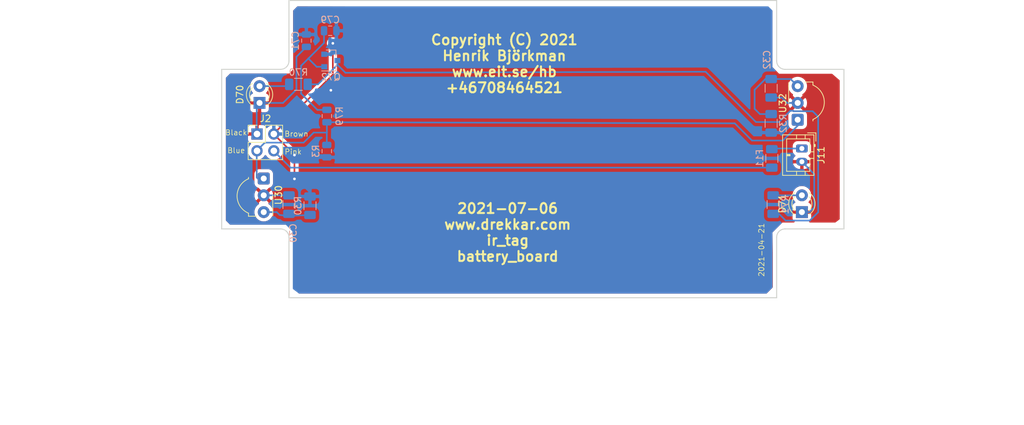
<source format=kicad_pcb>
(kicad_pcb (version 20171130) (host pcbnew 5.1.5+dfsg1-2build2)

  (general
    (thickness 1.6)
    (drawings 26)
    (tracks 103)
    (zones 0)
    (modules 18)
    (nets 12)
  )

  (page A4)
  (title_block
    (title ir_tag_battery_board)
    (date 2021-06-14)
    (company www.drekkar.com)
    (comment 1 "Henrik Björkman")
  )

  (layers
    (0 F.Cu signal)
    (31 B.Cu signal)
    (32 B.Adhes user)
    (33 F.Adhes user)
    (34 B.Paste user)
    (35 F.Paste user)
    (36 B.SilkS user)
    (37 F.SilkS user)
    (38 B.Mask user)
    (39 F.Mask user)
    (40 Dwgs.User user)
    (41 Cmts.User user)
    (42 Eco1.User user)
    (43 Eco2.User user)
    (44 Edge.Cuts user)
    (45 Margin user)
    (46 B.CrtYd user)
    (47 F.CrtYd user)
    (48 B.Fab user)
    (49 F.Fab user hide)
  )

  (setup
    (last_trace_width 0.25)
    (trace_clearance 0.23)
    (zone_clearance 0.508)
    (zone_45_only no)
    (trace_min 0.2)
    (via_size 0.8)
    (via_drill 0.4)
    (via_min_size 0.4)
    (via_min_drill 0.3)
    (uvia_size 0.3)
    (uvia_drill 0.1)
    (uvias_allowed no)
    (uvia_min_size 0.2)
    (uvia_min_drill 0.1)
    (edge_width 0.15)
    (segment_width 0.2)
    (pcb_text_width 0.3)
    (pcb_text_size 1.5 1.5)
    (mod_edge_width 0.15)
    (mod_text_size 1 1)
    (mod_text_width 0.15)
    (pad_size 1.524 1.524)
    (pad_drill 0.762)
    (pad_to_mask_clearance 0.051)
    (solder_mask_min_width 0.25)
    (aux_axis_origin 0 0)
    (visible_elements FFFFFF7F)
    (pcbplotparams
      (layerselection 0x010fc_ffffffff)
      (usegerberextensions false)
      (usegerberattributes false)
      (usegerberadvancedattributes false)
      (creategerberjobfile false)
      (excludeedgelayer true)
      (linewidth 0.100000)
      (plotframeref false)
      (viasonmask false)
      (mode 1)
      (useauxorigin false)
      (hpglpennumber 1)
      (hpglpenspeed 20)
      (hpglpendiameter 15.000000)
      (psnegative false)
      (psa4output false)
      (plotreference true)
      (plotvalue true)
      (plotinvisibletext false)
      (padsonsilk false)
      (subtractmaskfromsilk false)
      (outputformat 1)
      (mirror false)
      (drillshape 0)
      (scaleselection 1)
      (outputdirectory "plot/"))
  )

  (net 0 "")
  (net 1 GND)
  (net 2 "Net-(J2-Pad3)")
  (net 3 "Net-(C30-Pad1)")
  (net 4 "Net-(C32-Pad1)")
  (net 5 "Net-(D70-Pad2)")
  (net 6 "Net-(D71-Pad2)")
  (net 7 VCC)
  (net 8 "Net-(C79-Pad2)")
  (net 9 "Net-(Q72-Pad3)")
  (net 10 "Net-(F11-Pad2)")
  (net 11 "Net-(F11-Pad1)")

  (net_class Default "This is the default net class."
    (clearance 0.23)
    (trace_width 0.25)
    (via_dia 0.8)
    (via_drill 0.4)
    (uvia_dia 0.3)
    (uvia_drill 0.1)
    (add_net GND)
    (add_net "Net-(C30-Pad1)")
    (add_net "Net-(C32-Pad1)")
    (add_net "Net-(C79-Pad2)")
    (add_net "Net-(D70-Pad2)")
    (add_net "Net-(D71-Pad2)")
    (add_net "Net-(F11-Pad1)")
    (add_net "Net-(F11-Pad2)")
    (add_net "Net-(J2-Pad3)")
    (add_net "Net-(Q72-Pad3)")
    (add_net VCC)
  )

  (module Connector_PinHeader_2.54mm:PinHeader_2x02_P2.54mm_Vertical (layer F.Cu) (tedit 59FED5CC) (tstamp 60E62922)
    (at 72.644 86.614)
    (descr "Through hole straight pin header, 2x02, 2.54mm pitch, double rows")
    (tags "Through hole pin header THT 2x02 2.54mm double row")
    (path /60E69A0C)
    (fp_text reference J2 (at 1.27 -2.33) (layer F.SilkS)
      (effects (font (size 1 1) (thickness 0.15)))
    )
    (fp_text value Conn_01x04-Connector_Generic (at 1.27 4.87) (layer F.Fab)
      (effects (font (size 1 1) (thickness 0.15)))
    )
    (fp_text user %R (at 1.27 1.27 90) (layer F.Fab)
      (effects (font (size 1 1) (thickness 0.15)))
    )
    (fp_line (start 4.35 -1.8) (end -1.8 -1.8) (layer F.CrtYd) (width 0.05))
    (fp_line (start 4.35 4.35) (end 4.35 -1.8) (layer F.CrtYd) (width 0.05))
    (fp_line (start -1.8 4.35) (end 4.35 4.35) (layer F.CrtYd) (width 0.05))
    (fp_line (start -1.8 -1.8) (end -1.8 4.35) (layer F.CrtYd) (width 0.05))
    (fp_line (start -1.33 -1.33) (end 0 -1.33) (layer F.SilkS) (width 0.12))
    (fp_line (start -1.33 0) (end -1.33 -1.33) (layer F.SilkS) (width 0.12))
    (fp_line (start 1.27 -1.33) (end 3.87 -1.33) (layer F.SilkS) (width 0.12))
    (fp_line (start 1.27 1.27) (end 1.27 -1.33) (layer F.SilkS) (width 0.12))
    (fp_line (start -1.33 1.27) (end 1.27 1.27) (layer F.SilkS) (width 0.12))
    (fp_line (start 3.87 -1.33) (end 3.87 3.87) (layer F.SilkS) (width 0.12))
    (fp_line (start -1.33 1.27) (end -1.33 3.87) (layer F.SilkS) (width 0.12))
    (fp_line (start -1.33 3.87) (end 3.87 3.87) (layer F.SilkS) (width 0.12))
    (fp_line (start -1.27 0) (end 0 -1.27) (layer F.Fab) (width 0.1))
    (fp_line (start -1.27 3.81) (end -1.27 0) (layer F.Fab) (width 0.1))
    (fp_line (start 3.81 3.81) (end -1.27 3.81) (layer F.Fab) (width 0.1))
    (fp_line (start 3.81 -1.27) (end 3.81 3.81) (layer F.Fab) (width 0.1))
    (fp_line (start 0 -1.27) (end 3.81 -1.27) (layer F.Fab) (width 0.1))
    (pad 4 thru_hole oval (at 2.54 2.54) (size 1.7 1.7) (drill 1) (layers *.Cu *.Mask)
      (net 10 "Net-(F11-Pad2)"))
    (pad 3 thru_hole oval (at 0 2.54) (size 1.7 1.7) (drill 1) (layers *.Cu *.Mask)
      (net 2 "Net-(J2-Pad3)"))
    (pad 2 thru_hole oval (at 2.54 0) (size 1.7 1.7) (drill 1) (layers *.Cu *.Mask)
      (net 7 VCC))
    (pad 1 thru_hole rect (at 0 0) (size 1.7 1.7) (drill 1) (layers *.Cu *.Mask)
      (net 1 GND))
    (model ${KISYS3DMOD}/Connector_PinHeader_2.54mm.3dshapes/PinHeader_2x02_P2.54mm_Vertical.wrl
      (at (xyz 0 0 0))
      (scale (xyz 1 1 1))
      (rotate (xyz 0 0 0))
    )
  )

  (module Package_TO_SOT_SMD:SOT-23 (layer B.Cu) (tedit 5A02FF57) (tstamp 60C5C794)
    (at 83.8 75.5)
    (descr "SOT-23, Standard")
    (tags SOT-23)
    (path /60C5F73C)
    (attr smd)
    (fp_text reference Q72 (at 0 2.5) (layer B.SilkS)
      (effects (font (size 1 1) (thickness 0.15)) (justify mirror))
    )
    (fp_text value Q_PMOS_GSD (at 0 -2.5) (layer B.Fab) hide
      (effects (font (size 1 1) (thickness 0.15)) (justify mirror))
    )
    (fp_line (start 0.76 -1.58) (end -0.7 -1.58) (layer B.SilkS) (width 0.12))
    (fp_line (start 0.76 1.58) (end -1.4 1.58) (layer B.SilkS) (width 0.12))
    (fp_line (start -1.7 -1.75) (end -1.7 1.75) (layer B.CrtYd) (width 0.05))
    (fp_line (start 1.7 -1.75) (end -1.7 -1.75) (layer B.CrtYd) (width 0.05))
    (fp_line (start 1.7 1.75) (end 1.7 -1.75) (layer B.CrtYd) (width 0.05))
    (fp_line (start -1.7 1.75) (end 1.7 1.75) (layer B.CrtYd) (width 0.05))
    (fp_line (start 0.76 1.58) (end 0.76 0.65) (layer B.SilkS) (width 0.12))
    (fp_line (start 0.76 -1.58) (end 0.76 -0.65) (layer B.SilkS) (width 0.12))
    (fp_line (start -0.7 -1.52) (end 0.7 -1.52) (layer B.Fab) (width 0.1))
    (fp_line (start 0.7 1.52) (end 0.7 -1.52) (layer B.Fab) (width 0.1))
    (fp_line (start -0.7 0.95) (end -0.15 1.52) (layer B.Fab) (width 0.1))
    (fp_line (start -0.15 1.52) (end 0.7 1.52) (layer B.Fab) (width 0.1))
    (fp_line (start -0.7 0.95) (end -0.7 -1.5) (layer B.Fab) (width 0.1))
    (fp_text user %R (at 0 0 -90) (layer B.Fab)
      (effects (font (size 0.5 0.5) (thickness 0.075)) (justify mirror))
    )
    (pad 3 smd rect (at 1 0) (size 0.9 0.8) (layers B.Cu B.Paste B.Mask)
      (net 9 "Net-(Q72-Pad3)"))
    (pad 2 smd rect (at -1 -0.95) (size 0.9 0.8) (layers B.Cu B.Paste B.Mask)
      (net 7 VCC))
    (pad 1 smd rect (at -1 0.95) (size 0.9 0.8) (layers B.Cu B.Paste B.Mask)
      (net 8 "Net-(C79-Pad2)"))
    (model ${KISYS3DMOD}/Package_TO_SOT_SMD.3dshapes/SOT-23.wrl
      (at (xyz 0 0 0))
      (scale (xyz 1 1 1))
      (rotate (xyz 0 0 0))
    )
  )

  (module Capacitor_SMD:C_0805_2012Metric (layer B.Cu) (tedit 5B36C52B) (tstamp 60C5C926)
    (at 83.7 71 180)
    (descr "Capacitor SMD 0805 (2012 Metric), square (rectangular) end terminal, IPC_7351 nominal, (Body size source: https://docs.google.com/spreadsheets/d/1BsfQQcO9C6DZCsRaXUlFlo91Tg2WpOkGARC1WS5S8t0/edit?usp=sharing), generated with kicad-footprint-generator")
    (tags capacitor)
    (path /60C71F3E)
    (attr smd)
    (fp_text reference C79 (at 0 1.65) (layer B.SilkS)
      (effects (font (size 1 1) (thickness 0.15)) (justify mirror))
    )
    (fp_text value 10nF (at 0 -1.65) (layer B.Fab)
      (effects (font (size 1 1) (thickness 0.15)) (justify mirror))
    )
    (fp_text user %R (at 0 0) (layer B.Fab)
      (effects (font (size 0.5 0.5) (thickness 0.08)) (justify mirror))
    )
    (fp_line (start 1.68 -0.95) (end -1.68 -0.95) (layer B.CrtYd) (width 0.05))
    (fp_line (start 1.68 0.95) (end 1.68 -0.95) (layer B.CrtYd) (width 0.05))
    (fp_line (start -1.68 0.95) (end 1.68 0.95) (layer B.CrtYd) (width 0.05))
    (fp_line (start -1.68 -0.95) (end -1.68 0.95) (layer B.CrtYd) (width 0.05))
    (fp_line (start -0.258578 -0.71) (end 0.258578 -0.71) (layer B.SilkS) (width 0.12))
    (fp_line (start -0.258578 0.71) (end 0.258578 0.71) (layer B.SilkS) (width 0.12))
    (fp_line (start 1 -0.6) (end -1 -0.6) (layer B.Fab) (width 0.1))
    (fp_line (start 1 0.6) (end 1 -0.6) (layer B.Fab) (width 0.1))
    (fp_line (start -1 0.6) (end 1 0.6) (layer B.Fab) (width 0.1))
    (fp_line (start -1 -0.6) (end -1 0.6) (layer B.Fab) (width 0.1))
    (pad 2 smd roundrect (at 0.9375 0 180) (size 0.975 1.4) (layers B.Cu B.Paste B.Mask) (roundrect_rratio 0.25)
      (net 8 "Net-(C79-Pad2)"))
    (pad 1 smd roundrect (at -0.9375 0 180) (size 0.975 1.4) (layers B.Cu B.Paste B.Mask) (roundrect_rratio 0.25)
      (net 7 VCC))
    (model ${KISYS3DMOD}/Capacitor_SMD.3dshapes/C_0805_2012Metric.wrl
      (at (xyz 0 0 0))
      (scale (xyz 1 1 1))
      (rotate (xyz 0 0 0))
    )
  )

  (module Capacitor_SMD:C_0805_2012Metric (layer B.Cu) (tedit 5B36C52B) (tstamp 60C5C686)
    (at 80.1 72.5 270)
    (descr "Capacitor SMD 0805 (2012 Metric), square (rectangular) end terminal, IPC_7351 nominal, (Body size source: https://docs.google.com/spreadsheets/d/1BsfQQcO9C6DZCsRaXUlFlo91Tg2WpOkGARC1WS5S8t0/edit?usp=sharing), generated with kicad-footprint-generator")
    (tags capacitor)
    (path /60C64E3A)
    (attr smd)
    (fp_text reference C71 (at 0 1.65 90) (layer B.SilkS)
      (effects (font (size 1 1) (thickness 0.15)) (justify mirror))
    )
    (fp_text value 1uF (at 0 -1.65 90) (layer B.Fab)
      (effects (font (size 1 1) (thickness 0.15)) (justify mirror))
    )
    (fp_text user %R (at 0 0 90) (layer B.Fab)
      (effects (font (size 0.5 0.5) (thickness 0.08)) (justify mirror))
    )
    (fp_line (start 1.68 -0.95) (end -1.68 -0.95) (layer B.CrtYd) (width 0.05))
    (fp_line (start 1.68 0.95) (end 1.68 -0.95) (layer B.CrtYd) (width 0.05))
    (fp_line (start -1.68 0.95) (end 1.68 0.95) (layer B.CrtYd) (width 0.05))
    (fp_line (start -1.68 -0.95) (end -1.68 0.95) (layer B.CrtYd) (width 0.05))
    (fp_line (start -0.258578 -0.71) (end 0.258578 -0.71) (layer B.SilkS) (width 0.12))
    (fp_line (start -0.258578 0.71) (end 0.258578 0.71) (layer B.SilkS) (width 0.12))
    (fp_line (start 1 -0.6) (end -1 -0.6) (layer B.Fab) (width 0.1))
    (fp_line (start 1 0.6) (end 1 -0.6) (layer B.Fab) (width 0.1))
    (fp_line (start -1 0.6) (end 1 0.6) (layer B.Fab) (width 0.1))
    (fp_line (start -1 -0.6) (end -1 0.6) (layer B.Fab) (width 0.1))
    (pad 2 smd roundrect (at 0.9375 0 270) (size 0.975 1.4) (layers B.Cu B.Paste B.Mask) (roundrect_rratio 0.25)
      (net 1 GND))
    (pad 1 smd roundrect (at -0.9375 0 270) (size 0.975 1.4) (layers B.Cu B.Paste B.Mask) (roundrect_rratio 0.25)
      (net 7 VCC))
    (model ${KISYS3DMOD}/Capacitor_SMD.3dshapes/C_0805_2012Metric.wrl
      (at (xyz 0 0 0))
      (scale (xyz 1 1 1))
      (rotate (xyz 0 0 0))
    )
  )

  (module Resistor_SMD:R_1206_3216Metric (layer B.Cu) (tedit 5B301BBD) (tstamp 60C1438F)
    (at 150.3 85 90)
    (descr "Resistor SMD 1206 (3216 Metric), square (rectangular) end terminal, IPC_7351 nominal, (Body size source: http://www.tortai-tech.com/upload/download/2011102023233369053.pdf), generated with kicad-footprint-generator")
    (tags resistor)
    (path /60D20D99)
    (attr smd)
    (fp_text reference R32 (at 0 1.82 90) (layer B.SilkS)
      (effects (font (size 1 1) (thickness 0.15)) (justify mirror))
    )
    (fp_text value 10 (at 0 -1.82 90) (layer B.Fab)
      (effects (font (size 1 1) (thickness 0.15)) (justify mirror))
    )
    (fp_text user %R (at 0 0 90) (layer B.Fab)
      (effects (font (size 0.8 0.8) (thickness 0.12)) (justify mirror))
    )
    (fp_line (start 2.28 -1.12) (end -2.28 -1.12) (layer B.CrtYd) (width 0.05))
    (fp_line (start 2.28 1.12) (end 2.28 -1.12) (layer B.CrtYd) (width 0.05))
    (fp_line (start -2.28 1.12) (end 2.28 1.12) (layer B.CrtYd) (width 0.05))
    (fp_line (start -2.28 -1.12) (end -2.28 1.12) (layer B.CrtYd) (width 0.05))
    (fp_line (start -0.602064 -0.91) (end 0.602064 -0.91) (layer B.SilkS) (width 0.12))
    (fp_line (start -0.602064 0.91) (end 0.602064 0.91) (layer B.SilkS) (width 0.12))
    (fp_line (start 1.6 -0.8) (end -1.6 -0.8) (layer B.Fab) (width 0.1))
    (fp_line (start 1.6 0.8) (end 1.6 -0.8) (layer B.Fab) (width 0.1))
    (fp_line (start -1.6 0.8) (end 1.6 0.8) (layer B.Fab) (width 0.1))
    (fp_line (start -1.6 -0.8) (end -1.6 0.8) (layer B.Fab) (width 0.1))
    (pad 2 smd roundrect (at 1.4 0 90) (size 1.25 1.75) (layers B.Cu B.Paste B.Mask) (roundrect_rratio 0.2)
      (net 4 "Net-(C32-Pad1)"))
    (pad 1 smd roundrect (at -1.4 0 90) (size 1.25 1.75) (layers B.Cu B.Paste B.Mask) (roundrect_rratio 0.2)
      (net 7 VCC))
    (model ${KISYS3DMOD}/Resistor_SMD.3dshapes/R_1206_3216Metric.wrl
      (at (xyz 0 0 0))
      (scale (xyz 1 1 1))
      (rotate (xyz 0 0 0))
    )
  )

  (module Resistor_SMD:R_1206_3216Metric (layer B.Cu) (tedit 5B301BBD) (tstamp 60BF6782)
    (at 80.645 97.4575 270)
    (descr "Resistor SMD 1206 (3216 Metric), square (rectangular) end terminal, IPC_7351 nominal, (Body size source: http://www.tortai-tech.com/upload/download/2011102023233369053.pdf), generated with kicad-footprint-generator")
    (tags resistor)
    (path /60D23924)
    (attr smd)
    (fp_text reference R30 (at 0 1.82 90) (layer B.SilkS)
      (effects (font (size 1 1) (thickness 0.15)) (justify mirror))
    )
    (fp_text value 10 (at 0 -1.82 90) (layer B.Fab)
      (effects (font (size 1 1) (thickness 0.15)) (justify mirror))
    )
    (fp_text user %R (at 0 0 90) (layer B.Fab)
      (effects (font (size 0.8 0.8) (thickness 0.12)) (justify mirror))
    )
    (fp_line (start 2.28 -1.12) (end -2.28 -1.12) (layer B.CrtYd) (width 0.05))
    (fp_line (start 2.28 1.12) (end 2.28 -1.12) (layer B.CrtYd) (width 0.05))
    (fp_line (start -2.28 1.12) (end 2.28 1.12) (layer B.CrtYd) (width 0.05))
    (fp_line (start -2.28 -1.12) (end -2.28 1.12) (layer B.CrtYd) (width 0.05))
    (fp_line (start -0.602064 -0.91) (end 0.602064 -0.91) (layer B.SilkS) (width 0.12))
    (fp_line (start -0.602064 0.91) (end 0.602064 0.91) (layer B.SilkS) (width 0.12))
    (fp_line (start 1.6 -0.8) (end -1.6 -0.8) (layer B.Fab) (width 0.1))
    (fp_line (start 1.6 0.8) (end 1.6 -0.8) (layer B.Fab) (width 0.1))
    (fp_line (start -1.6 0.8) (end 1.6 0.8) (layer B.Fab) (width 0.1))
    (fp_line (start -1.6 -0.8) (end -1.6 0.8) (layer B.Fab) (width 0.1))
    (pad 2 smd roundrect (at 1.4 0 270) (size 1.25 1.75) (layers B.Cu B.Paste B.Mask) (roundrect_rratio 0.2)
      (net 3 "Net-(C30-Pad1)"))
    (pad 1 smd roundrect (at -1.4 0 270) (size 1.25 1.75) (layers B.Cu B.Paste B.Mask) (roundrect_rratio 0.2)
      (net 7 VCC))
    (model ${KISYS3DMOD}/Resistor_SMD.3dshapes/R_1206_3216Metric.wrl
      (at (xyz 0 0 0))
      (scale (xyz 1 1 1))
      (rotate (xyz 0 0 0))
    )
  )

  (module OptoDevice:Vishay_MOLD-3Pin (layer F.Cu) (tedit 5B888673) (tstamp 60BF67F4)
    (at 154.305 84.455 90)
    (descr "IR Receiver Vishay TSOP-xxxx, MOLD package, see https://www.vishay.com/docs/82669/tsop32s40f.pdf")
    (tags "IR Receiver Vishay TSOP-xxxx MOLD")
    (path /60E588A8)
    (fp_text reference U32 (at 2.5 -2.25 270) (layer F.SilkS)
      (effects (font (size 1 1) (thickness 0.15)))
    )
    (fp_text value TSOP34S40F (at 2.5 5 270) (layer F.Fab)
      (effects (font (size 1 1) (thickness 0.15)))
    )
    (fp_line (start 0.55 -1.25) (end -0.2 -0.5) (layer F.Fab) (width 0.1))
    (fp_line (start 0.04 2.3) (end -0.18 2.3) (layer F.SilkS) (width 0.12))
    (fp_arc (start 2.64 1.15) (end 5.14 2.25) (angle 132) (layer F.Fab) (width 0.1))
    (fp_arc (start 2.64 1.2) (end 5.24 2.3) (angle 134.1358099) (layer F.SilkS) (width 0.12))
    (fp_line (start -1.15 -1.5) (end 6.23 -1.5) (layer F.CrtYd) (width 0.05))
    (fp_line (start -1.15 -1.5) (end -1.15 4.13) (layer F.CrtYd) (width 0.05))
    (fp_line (start 6.23 4.13) (end 6.23 -1.5) (layer F.CrtYd) (width 0.05))
    (fp_line (start 6.23 4.13) (end -1.15 4.13) (layer F.CrtYd) (width 0.05))
    (fp_line (start 5.62 -1.36) (end 2.54 -1.36) (layer F.SilkS) (width 0.12))
    (fp_line (start 5.7 2.3) (end 5.24 2.3) (layer F.SilkS) (width 0.12))
    (fp_line (start 5.7 2.3) (end 5.7 1.1) (layer F.SilkS) (width 0.12))
    (fp_line (start 5.6 -1.25) (end 5.6 2.2) (layer F.Fab) (width 0.1))
    (fp_line (start 0.55 -1.25) (end 5.6 -1.25) (layer F.Fab) (width 0.1))
    (fp_line (start -0.2 2.2) (end -0.2 -0.5) (layer F.Fab) (width 0.1))
    (fp_line (start 5.6 2.2) (end -0.2 2.2) (layer F.Fab) (width 0.1))
    (fp_text user %R (at 2.675 1.316 90) (layer F.Fab)
      (effects (font (size 1 1) (thickness 0.15)))
    )
    (pad 3 thru_hole circle (at 5.08 0 90) (size 1.8 1.8) (drill 0.9) (layers *.Cu *.Mask)
      (net 4 "Net-(C32-Pad1)"))
    (pad 2 thru_hole circle (at 2.54 0 90) (size 1.8 1.8) (drill 0.9) (layers *.Cu *.Mask)
      (net 1 GND))
    (pad 1 thru_hole roundrect (at 0 0 90) (size 1.8 1.8) (drill 0.9) (layers *.Cu *.Mask) (roundrect_rratio 0.138)
      (net 2 "Net-(J2-Pad3)"))
    (model ${KISYS3DMOD}/OptoDevice.3dshapes/Vishay_MOLD-3Pin.wrl
      (at (xyz 0 0 0))
      (scale (xyz 1 1 1))
      (rotate (xyz 0 0 0))
    )
  )

  (module OptoDevice:Vishay_MOLD-3Pin (layer F.Cu) (tedit 5B888673) (tstamp 60BF67DD)
    (at 73.66 93.345 270)
    (descr "IR Receiver Vishay TSOP-xxxx, MOLD package, see https://www.vishay.com/docs/82669/tsop32s40f.pdf")
    (tags "IR Receiver Vishay TSOP-xxxx MOLD")
    (path /60F02CB7)
    (fp_text reference U30 (at 2.5 -2.25 270) (layer F.SilkS)
      (effects (font (size 1 1) (thickness 0.15)))
    )
    (fp_text value TSOP34S40F (at 2.5 5 270) (layer F.Fab)
      (effects (font (size 1 1) (thickness 0.15)))
    )
    (fp_line (start 0.55 -1.25) (end -0.2 -0.5) (layer F.Fab) (width 0.1))
    (fp_line (start 0.04 2.3) (end -0.18 2.3) (layer F.SilkS) (width 0.12))
    (fp_arc (start 2.64 1.15) (end 5.14 2.25) (angle 132) (layer F.Fab) (width 0.1))
    (fp_arc (start 2.64 1.2) (end 5.24 2.3) (angle 134.1358099) (layer F.SilkS) (width 0.12))
    (fp_line (start -1.15 -1.5) (end 6.23 -1.5) (layer F.CrtYd) (width 0.05))
    (fp_line (start -1.15 -1.5) (end -1.15 4.13) (layer F.CrtYd) (width 0.05))
    (fp_line (start 6.23 4.13) (end 6.23 -1.5) (layer F.CrtYd) (width 0.05))
    (fp_line (start 6.23 4.13) (end -1.15 4.13) (layer F.CrtYd) (width 0.05))
    (fp_line (start 5.62 -1.36) (end 2.54 -1.36) (layer F.SilkS) (width 0.12))
    (fp_line (start 5.7 2.3) (end 5.24 2.3) (layer F.SilkS) (width 0.12))
    (fp_line (start 5.7 2.3) (end 5.7 1.1) (layer F.SilkS) (width 0.12))
    (fp_line (start 5.6 -1.25) (end 5.6 2.2) (layer F.Fab) (width 0.1))
    (fp_line (start 0.55 -1.25) (end 5.6 -1.25) (layer F.Fab) (width 0.1))
    (fp_line (start -0.2 2.2) (end -0.2 -0.5) (layer F.Fab) (width 0.1))
    (fp_line (start 5.6 2.2) (end -0.2 2.2) (layer F.Fab) (width 0.1))
    (fp_text user %R (at 2.675 1.316 90) (layer F.Fab)
      (effects (font (size 1 1) (thickness 0.15)))
    )
    (pad 3 thru_hole circle (at 5.08 0 270) (size 1.8 1.8) (drill 0.9) (layers *.Cu *.Mask)
      (net 3 "Net-(C30-Pad1)"))
    (pad 2 thru_hole circle (at 2.54 0 270) (size 1.8 1.8) (drill 0.9) (layers *.Cu *.Mask)
      (net 1 GND))
    (pad 1 thru_hole roundrect (at 0 0 270) (size 1.8 1.8) (drill 0.9) (layers *.Cu *.Mask) (roundrect_rratio 0.138)
      (net 2 "Net-(J2-Pad3)"))
    (model ${KISYS3DMOD}/OptoDevice.3dshapes/Vishay_MOLD-3Pin.wrl
      (at (xyz 0 0 0))
      (scale (xyz 1 1 1))
      (rotate (xyz 0 0 0))
    )
  )

  (module Resistor_SMD:R_0805_2012Metric (layer B.Cu) (tedit 5B36C52B) (tstamp 60BF67C6)
    (at 83.2 83.9 270)
    (descr "Resistor SMD 0805 (2012 Metric), square (rectangular) end terminal, IPC_7351 nominal, (Body size source: https://docs.google.com/spreadsheets/d/1BsfQQcO9C6DZCsRaXUlFlo91Tg2WpOkGARC1WS5S8t0/edit?usp=sharing), generated with kicad-footprint-generator")
    (tags resistor)
    (path /60BF5793)
    (attr smd)
    (fp_text reference R79 (at 0 -1.905 90) (layer B.SilkS)
      (effects (font (size 1 1) (thickness 0.15)) (justify mirror))
    )
    (fp_text value 10K (at 0 -1.65 90) (layer B.Fab)
      (effects (font (size 1 1) (thickness 0.15)) (justify mirror))
    )
    (fp_text user %R (at 0 0 90) (layer B.Fab)
      (effects (font (size 0.5 0.5) (thickness 0.08)) (justify mirror))
    )
    (fp_line (start 1.68 -0.95) (end -1.68 -0.95) (layer B.CrtYd) (width 0.05))
    (fp_line (start 1.68 0.95) (end 1.68 -0.95) (layer B.CrtYd) (width 0.05))
    (fp_line (start -1.68 0.95) (end 1.68 0.95) (layer B.CrtYd) (width 0.05))
    (fp_line (start -1.68 -0.95) (end -1.68 0.95) (layer B.CrtYd) (width 0.05))
    (fp_line (start -0.258578 -0.71) (end 0.258578 -0.71) (layer B.SilkS) (width 0.12))
    (fp_line (start -0.258578 0.71) (end 0.258578 0.71) (layer B.SilkS) (width 0.12))
    (fp_line (start 1 -0.6) (end -1 -0.6) (layer B.Fab) (width 0.1))
    (fp_line (start 1 0.6) (end 1 -0.6) (layer B.Fab) (width 0.1))
    (fp_line (start -1 0.6) (end 1 0.6) (layer B.Fab) (width 0.1))
    (fp_line (start -1 -0.6) (end -1 0.6) (layer B.Fab) (width 0.1))
    (pad 2 smd roundrect (at 0.9375 0 270) (size 0.975 1.4) (layers B.Cu B.Paste B.Mask) (roundrect_rratio 0.25)
      (net 2 "Net-(J2-Pad3)"))
    (pad 1 smd roundrect (at -0.9375 0 270) (size 0.975 1.4) (layers B.Cu B.Paste B.Mask) (roundrect_rratio 0.25)
      (net 8 "Net-(C79-Pad2)"))
    (model ${KISYS3DMOD}/Resistor_SMD.3dshapes/R_0805_2012Metric.wrl
      (at (xyz 0 0 0))
      (scale (xyz 1 1 1))
      (rotate (xyz 0 0 0))
    )
  )

  (module Resistor_SMD:R_1206_3216Metric (layer B.Cu) (tedit 5B301BBD) (tstamp 60C14619)
    (at 150.6 97.285 90)
    (descr "Resistor SMD 1206 (3216 Metric), square (rectangular) end terminal, IPC_7351 nominal, (Body size source: http://www.tortai-tech.com/upload/download/2011102023233369053.pdf), generated with kicad-footprint-generator")
    (tags resistor)
    (path /60CBCB25)
    (attr smd)
    (fp_text reference R71 (at 0 1.82 90) (layer B.SilkS)
      (effects (font (size 1 1) (thickness 0.15)) (justify mirror))
    )
    (fp_text value 10 (at 0 -1.82 90) (layer B.Fab)
      (effects (font (size 1 1) (thickness 0.15)) (justify mirror))
    )
    (fp_text user %R (at 0 0 90) (layer B.Fab)
      (effects (font (size 0.8 0.8) (thickness 0.12)) (justify mirror))
    )
    (fp_line (start 2.28 -1.12) (end -2.28 -1.12) (layer B.CrtYd) (width 0.05))
    (fp_line (start 2.28 1.12) (end 2.28 -1.12) (layer B.CrtYd) (width 0.05))
    (fp_line (start -2.28 1.12) (end 2.28 1.12) (layer B.CrtYd) (width 0.05))
    (fp_line (start -2.28 -1.12) (end -2.28 1.12) (layer B.CrtYd) (width 0.05))
    (fp_line (start -0.602064 -0.91) (end 0.602064 -0.91) (layer B.SilkS) (width 0.12))
    (fp_line (start -0.602064 0.91) (end 0.602064 0.91) (layer B.SilkS) (width 0.12))
    (fp_line (start 1.6 -0.8) (end -1.6 -0.8) (layer B.Fab) (width 0.1))
    (fp_line (start 1.6 0.8) (end 1.6 -0.8) (layer B.Fab) (width 0.1))
    (fp_line (start -1.6 0.8) (end 1.6 0.8) (layer B.Fab) (width 0.1))
    (fp_line (start -1.6 -0.8) (end -1.6 0.8) (layer B.Fab) (width 0.1))
    (pad 2 smd roundrect (at 1.4 0 90) (size 1.25 1.75) (layers B.Cu B.Paste B.Mask) (roundrect_rratio 0.2)
      (net 6 "Net-(D71-Pad2)"))
    (pad 1 smd roundrect (at -1.4 0 90) (size 1.25 1.75) (layers B.Cu B.Paste B.Mask) (roundrect_rratio 0.2)
      (net 9 "Net-(Q72-Pad3)"))
    (model ${KISYS3DMOD}/Resistor_SMD.3dshapes/R_1206_3216Metric.wrl
      (at (xyz 0 0 0))
      (scale (xyz 1 1 1))
      (rotate (xyz 0 0 0))
    )
  )

  (module Resistor_SMD:R_1206_3216Metric (layer B.Cu) (tedit 5B301BBD) (tstamp 60BF67A4)
    (at 78.9 79.1 180)
    (descr "Resistor SMD 1206 (3216 Metric), square (rectangular) end terminal, IPC_7351 nominal, (Body size source: http://www.tortai-tech.com/upload/download/2011102023233369053.pdf), generated with kicad-footprint-generator")
    (tags resistor)
    (path /6087E190)
    (attr smd)
    (fp_text reference R70 (at 0 1.82) (layer B.SilkS)
      (effects (font (size 1 1) (thickness 0.15)) (justify mirror))
    )
    (fp_text value 10 (at 0 -1.82) (layer B.Fab)
      (effects (font (size 1 1) (thickness 0.15)) (justify mirror))
    )
    (fp_text user %R (at 0 0) (layer B.Fab)
      (effects (font (size 0.8 0.8) (thickness 0.12)) (justify mirror))
    )
    (fp_line (start 2.28 -1.12) (end -2.28 -1.12) (layer B.CrtYd) (width 0.05))
    (fp_line (start 2.28 1.12) (end 2.28 -1.12) (layer B.CrtYd) (width 0.05))
    (fp_line (start -2.28 1.12) (end 2.28 1.12) (layer B.CrtYd) (width 0.05))
    (fp_line (start -2.28 -1.12) (end -2.28 1.12) (layer B.CrtYd) (width 0.05))
    (fp_line (start -0.602064 -0.91) (end 0.602064 -0.91) (layer B.SilkS) (width 0.12))
    (fp_line (start -0.602064 0.91) (end 0.602064 0.91) (layer B.SilkS) (width 0.12))
    (fp_line (start 1.6 -0.8) (end -1.6 -0.8) (layer B.Fab) (width 0.1))
    (fp_line (start 1.6 0.8) (end 1.6 -0.8) (layer B.Fab) (width 0.1))
    (fp_line (start -1.6 0.8) (end 1.6 0.8) (layer B.Fab) (width 0.1))
    (fp_line (start -1.6 -0.8) (end -1.6 0.8) (layer B.Fab) (width 0.1))
    (pad 2 smd roundrect (at 1.4 0 180) (size 1.25 1.75) (layers B.Cu B.Paste B.Mask) (roundrect_rratio 0.2)
      (net 5 "Net-(D70-Pad2)"))
    (pad 1 smd roundrect (at -1.4 0 180) (size 1.25 1.75) (layers B.Cu B.Paste B.Mask) (roundrect_rratio 0.2)
      (net 9 "Net-(Q72-Pad3)"))
    (model ${KISYS3DMOD}/Resistor_SMD.3dshapes/R_1206_3216Metric.wrl
      (at (xyz 0 0 0))
      (scale (xyz 1 1 1))
      (rotate (xyz 0 0 0))
    )
  )

  (module Resistor_SMD:R_0805_2012Metric (layer B.Cu) (tedit 5B36C52B) (tstamp 60BF6771)
    (at 83.185 89.2025 270)
    (descr "Resistor SMD 0805 (2012 Metric), square (rectangular) end terminal, IPC_7351 nominal, (Body size source: https://docs.google.com/spreadsheets/d/1BsfQQcO9C6DZCsRaXUlFlo91Tg2WpOkGARC1WS5S8t0/edit?usp=sharing), generated with kicad-footprint-generator")
    (tags resistor)
    (path /60CD3A0C)
    (attr smd)
    (fp_text reference R3 (at 0 1.65 90) (layer B.SilkS)
      (effects (font (size 1 1) (thickness 0.15)) (justify mirror))
    )
    (fp_text value 10K (at 0 -1.65 90) (layer B.Fab)
      (effects (font (size 1 1) (thickness 0.15)) (justify mirror))
    )
    (fp_text user %R (at 0 0 90) (layer B.Fab)
      (effects (font (size 0.5 0.5) (thickness 0.08)) (justify mirror))
    )
    (fp_line (start 1.68 -0.95) (end -1.68 -0.95) (layer B.CrtYd) (width 0.05))
    (fp_line (start 1.68 0.95) (end 1.68 -0.95) (layer B.CrtYd) (width 0.05))
    (fp_line (start -1.68 0.95) (end 1.68 0.95) (layer B.CrtYd) (width 0.05))
    (fp_line (start -1.68 -0.95) (end -1.68 0.95) (layer B.CrtYd) (width 0.05))
    (fp_line (start -0.258578 -0.71) (end 0.258578 -0.71) (layer B.SilkS) (width 0.12))
    (fp_line (start -0.258578 0.71) (end 0.258578 0.71) (layer B.SilkS) (width 0.12))
    (fp_line (start 1 -0.6) (end -1 -0.6) (layer B.Fab) (width 0.1))
    (fp_line (start 1 0.6) (end 1 -0.6) (layer B.Fab) (width 0.1))
    (fp_line (start -1 0.6) (end 1 0.6) (layer B.Fab) (width 0.1))
    (fp_line (start -1 -0.6) (end -1 0.6) (layer B.Fab) (width 0.1))
    (pad 2 smd roundrect (at 0.9375 0 270) (size 0.975 1.4) (layers B.Cu B.Paste B.Mask) (roundrect_rratio 0.25)
      (net 7 VCC))
    (pad 1 smd roundrect (at -0.9375 0 270) (size 0.975 1.4) (layers B.Cu B.Paste B.Mask) (roundrect_rratio 0.25)
      (net 2 "Net-(J2-Pad3)"))
    (model ${KISYS3DMOD}/Resistor_SMD.3dshapes/R_0805_2012Metric.wrl
      (at (xyz 0 0 0))
      (scale (xyz 1 1 1))
      (rotate (xyz 0 0 0))
    )
  )

  (module Connector_JST:JST_PH_B2B-PH-K_1x02_P2.00mm_Vertical (layer F.Cu) (tedit 5B7745C2) (tstamp 60BF674B)
    (at 154.94 88.805 270)
    (descr "JST PH series connector, B2B-PH-K (http://www.jst-mfg.com/product/pdf/eng/ePH.pdf), generated with kicad-footprint-generator")
    (tags "connector JST PH side entry")
    (path /60CEE1C0)
    (fp_text reference J11 (at 1 -2.9 90) (layer F.SilkS)
      (effects (font (size 1 1) (thickness 0.15)))
    )
    (fp_text value Conn_01x02 (at 1 4 90) (layer F.Fab)
      (effects (font (size 1 1) (thickness 0.15)))
    )
    (fp_text user %R (at 1 1.5 90) (layer F.Fab)
      (effects (font (size 1 1) (thickness 0.15)))
    )
    (fp_line (start 4.45 -2.2) (end -2.45 -2.2) (layer F.CrtYd) (width 0.05))
    (fp_line (start 4.45 3.3) (end 4.45 -2.2) (layer F.CrtYd) (width 0.05))
    (fp_line (start -2.45 3.3) (end 4.45 3.3) (layer F.CrtYd) (width 0.05))
    (fp_line (start -2.45 -2.2) (end -2.45 3.3) (layer F.CrtYd) (width 0.05))
    (fp_line (start 3.95 -1.7) (end -1.95 -1.7) (layer F.Fab) (width 0.1))
    (fp_line (start 3.95 2.8) (end 3.95 -1.7) (layer F.Fab) (width 0.1))
    (fp_line (start -1.95 2.8) (end 3.95 2.8) (layer F.Fab) (width 0.1))
    (fp_line (start -1.95 -1.7) (end -1.95 2.8) (layer F.Fab) (width 0.1))
    (fp_line (start -2.36 -2.11) (end -2.36 -0.86) (layer F.Fab) (width 0.1))
    (fp_line (start -1.11 -2.11) (end -2.36 -2.11) (layer F.Fab) (width 0.1))
    (fp_line (start -2.36 -2.11) (end -2.36 -0.86) (layer F.SilkS) (width 0.12))
    (fp_line (start -1.11 -2.11) (end -2.36 -2.11) (layer F.SilkS) (width 0.12))
    (fp_line (start 1 2.3) (end 1 1.8) (layer F.SilkS) (width 0.12))
    (fp_line (start 1.1 1.8) (end 1.1 2.3) (layer F.SilkS) (width 0.12))
    (fp_line (start 0.9 1.8) (end 1.1 1.8) (layer F.SilkS) (width 0.12))
    (fp_line (start 0.9 2.3) (end 0.9 1.8) (layer F.SilkS) (width 0.12))
    (fp_line (start 4.06 0.8) (end 3.45 0.8) (layer F.SilkS) (width 0.12))
    (fp_line (start 4.06 -0.5) (end 3.45 -0.5) (layer F.SilkS) (width 0.12))
    (fp_line (start -2.06 0.8) (end -1.45 0.8) (layer F.SilkS) (width 0.12))
    (fp_line (start -2.06 -0.5) (end -1.45 -0.5) (layer F.SilkS) (width 0.12))
    (fp_line (start 1.5 -1.2) (end 1.5 -1.81) (layer F.SilkS) (width 0.12))
    (fp_line (start 3.45 -1.2) (end 1.5 -1.2) (layer F.SilkS) (width 0.12))
    (fp_line (start 3.45 2.3) (end 3.45 -1.2) (layer F.SilkS) (width 0.12))
    (fp_line (start -1.45 2.3) (end 3.45 2.3) (layer F.SilkS) (width 0.12))
    (fp_line (start -1.45 -1.2) (end -1.45 2.3) (layer F.SilkS) (width 0.12))
    (fp_line (start 0.5 -1.2) (end -1.45 -1.2) (layer F.SilkS) (width 0.12))
    (fp_line (start 0.5 -1.81) (end 0.5 -1.2) (layer F.SilkS) (width 0.12))
    (fp_line (start -0.3 -1.91) (end -0.6 -1.91) (layer F.SilkS) (width 0.12))
    (fp_line (start -0.6 -2.01) (end -0.6 -1.81) (layer F.SilkS) (width 0.12))
    (fp_line (start -0.3 -2.01) (end -0.6 -2.01) (layer F.SilkS) (width 0.12))
    (fp_line (start -0.3 -1.81) (end -0.3 -2.01) (layer F.SilkS) (width 0.12))
    (fp_line (start 4.06 -1.81) (end -2.06 -1.81) (layer F.SilkS) (width 0.12))
    (fp_line (start 4.06 2.91) (end 4.06 -1.81) (layer F.SilkS) (width 0.12))
    (fp_line (start -2.06 2.91) (end 4.06 2.91) (layer F.SilkS) (width 0.12))
    (fp_line (start -2.06 -1.81) (end -2.06 2.91) (layer F.SilkS) (width 0.12))
    (pad 2 thru_hole oval (at 2 0 270) (size 1.2 1.75) (drill 0.75) (layers *.Cu *.Mask)
      (net 1 GND))
    (pad 1 thru_hole roundrect (at 0 0 270) (size 1.2 1.75) (drill 0.75) (layers *.Cu *.Mask) (roundrect_rratio 0.208333)
      (net 11 "Net-(F11-Pad1)"))
    (model ${KISYS3DMOD}/Connector_JST.3dshapes/JST_PH_B2B-PH-K_1x02_P2.00mm_Vertical.wrl
      (at (xyz 0 0 0))
      (scale (xyz 1 1 1))
      (rotate (xyz 0 0 0))
    )
  )

  (module Resistor_SMD:R_1206_3216Metric (layer B.Cu) (tedit 5B301BBD) (tstamp 60C1433C)
    (at 150.4 90.3 270)
    (descr "Resistor SMD 1206 (3216 Metric), square (rectangular) end terminal, IPC_7351 nominal, (Body size source: http://www.tortai-tech.com/upload/download/2011102023233369053.pdf), generated with kicad-footprint-generator")
    (tags resistor)
    (path /60BE906B)
    (attr smd)
    (fp_text reference F11 (at 0 1.82 90) (layer B.SilkS)
      (effects (font (size 1 1) (thickness 0.15)) (justify mirror))
    )
    (fp_text value Fuse (at 0 -1.82 90) (layer B.Fab)
      (effects (font (size 1 1) (thickness 0.15)) (justify mirror))
    )
    (fp_text user %R (at 0 0 90) (layer B.Fab)
      (effects (font (size 0.8 0.8) (thickness 0.12)) (justify mirror))
    )
    (fp_line (start 2.28 -1.12) (end -2.28 -1.12) (layer B.CrtYd) (width 0.05))
    (fp_line (start 2.28 1.12) (end 2.28 -1.12) (layer B.CrtYd) (width 0.05))
    (fp_line (start -2.28 1.12) (end 2.28 1.12) (layer B.CrtYd) (width 0.05))
    (fp_line (start -2.28 -1.12) (end -2.28 1.12) (layer B.CrtYd) (width 0.05))
    (fp_line (start -0.602064 -0.91) (end 0.602064 -0.91) (layer B.SilkS) (width 0.12))
    (fp_line (start -0.602064 0.91) (end 0.602064 0.91) (layer B.SilkS) (width 0.12))
    (fp_line (start 1.6 -0.8) (end -1.6 -0.8) (layer B.Fab) (width 0.1))
    (fp_line (start 1.6 0.8) (end 1.6 -0.8) (layer B.Fab) (width 0.1))
    (fp_line (start -1.6 0.8) (end 1.6 0.8) (layer B.Fab) (width 0.1))
    (fp_line (start -1.6 -0.8) (end -1.6 0.8) (layer B.Fab) (width 0.1))
    (pad 2 smd roundrect (at 1.4 0 270) (size 1.25 1.75) (layers B.Cu B.Paste B.Mask) (roundrect_rratio 0.2)
      (net 10 "Net-(F11-Pad2)"))
    (pad 1 smd roundrect (at -1.4 0 270) (size 1.25 1.75) (layers B.Cu B.Paste B.Mask) (roundrect_rratio 0.2)
      (net 11 "Net-(F11-Pad1)"))
    (model ${KISYS3DMOD}/Resistor_SMD.3dshapes/R_1206_3216Metric.wrl
      (at (xyz 0 0 0))
      (scale (xyz 1 1 1))
      (rotate (xyz 0 0 0))
    )
  )

  (module LED_THT:LED_D3.0mm (layer F.Cu) (tedit 587A3A7B) (tstamp 60BF7FA5)
    (at 154.94 98.425 90)
    (descr "LED, diameter 3.0mm, 2 pins")
    (tags "LED diameter 3.0mm 2 pins")
    (path /60CBCB1B)
    (fp_text reference D71 (at 1.27 -2.96 90) (layer F.SilkS)
      (effects (font (size 1 1) (thickness 0.15)))
    )
    (fp_text value red (at 1.27 2.96 90) (layer F.Fab)
      (effects (font (size 1 1) (thickness 0.15)))
    )
    (fp_line (start 3.7 -2.25) (end -1.15 -2.25) (layer F.CrtYd) (width 0.05))
    (fp_line (start 3.7 2.25) (end 3.7 -2.25) (layer F.CrtYd) (width 0.05))
    (fp_line (start -1.15 2.25) (end 3.7 2.25) (layer F.CrtYd) (width 0.05))
    (fp_line (start -1.15 -2.25) (end -1.15 2.25) (layer F.CrtYd) (width 0.05))
    (fp_line (start -0.29 1.08) (end -0.29 1.236) (layer F.SilkS) (width 0.12))
    (fp_line (start -0.29 -1.236) (end -0.29 -1.08) (layer F.SilkS) (width 0.12))
    (fp_line (start -0.23 -1.16619) (end -0.23 1.16619) (layer F.Fab) (width 0.1))
    (fp_circle (center 1.27 0) (end 2.77 0) (layer F.Fab) (width 0.1))
    (fp_arc (start 1.27 0) (end 0.229039 1.08) (angle -87.9) (layer F.SilkS) (width 0.12))
    (fp_arc (start 1.27 0) (end 0.229039 -1.08) (angle 87.9) (layer F.SilkS) (width 0.12))
    (fp_arc (start 1.27 0) (end -0.29 1.235516) (angle -108.8) (layer F.SilkS) (width 0.12))
    (fp_arc (start 1.27 0) (end -0.29 -1.235516) (angle 108.8) (layer F.SilkS) (width 0.12))
    (fp_arc (start 1.27 0) (end -0.23 -1.16619) (angle 284.3) (layer F.Fab) (width 0.1))
    (pad 2 thru_hole circle (at 2.54 0 90) (size 1.8 1.8) (drill 0.9) (layers *.Cu *.Mask)
      (net 6 "Net-(D71-Pad2)"))
    (pad 1 thru_hole rect (at 0 0 90) (size 1.8 1.8) (drill 0.9) (layers *.Cu *.Mask)
      (net 1 GND))
    (model ${KISYS3DMOD}/LED_THT.3dshapes/LED_D3.0mm.wrl
      (at (xyz 0 0 0))
      (scale (xyz 1 1 1))
      (rotate (xyz 0 0 0))
    )
  )

  (module LED_THT:LED_D3.0mm (layer F.Cu) (tedit 587A3A7B) (tstamp 60BF66CD)
    (at 73.025 81.915 90)
    (descr "LED, diameter 3.0mm, 2 pins")
    (tags "LED diameter 3.0mm 2 pins")
    (path /6075D79F)
    (fp_text reference D70 (at 1.27 -2.96 90) (layer F.SilkS)
      (effects (font (size 1 1) (thickness 0.15)))
    )
    (fp_text value red (at 1.27 2.96 90) (layer F.Fab)
      (effects (font (size 1 1) (thickness 0.15)))
    )
    (fp_line (start 3.7 -2.25) (end -1.15 -2.25) (layer F.CrtYd) (width 0.05))
    (fp_line (start 3.7 2.25) (end 3.7 -2.25) (layer F.CrtYd) (width 0.05))
    (fp_line (start -1.15 2.25) (end 3.7 2.25) (layer F.CrtYd) (width 0.05))
    (fp_line (start -1.15 -2.25) (end -1.15 2.25) (layer F.CrtYd) (width 0.05))
    (fp_line (start -0.29 1.08) (end -0.29 1.236) (layer F.SilkS) (width 0.12))
    (fp_line (start -0.29 -1.236) (end -0.29 -1.08) (layer F.SilkS) (width 0.12))
    (fp_line (start -0.23 -1.16619) (end -0.23 1.16619) (layer F.Fab) (width 0.1))
    (fp_circle (center 1.27 0) (end 2.77 0) (layer F.Fab) (width 0.1))
    (fp_arc (start 1.27 0) (end 0.229039 1.08) (angle -87.9) (layer F.SilkS) (width 0.12))
    (fp_arc (start 1.27 0) (end 0.229039 -1.08) (angle 87.9) (layer F.SilkS) (width 0.12))
    (fp_arc (start 1.27 0) (end -0.29 1.235516) (angle -108.8) (layer F.SilkS) (width 0.12))
    (fp_arc (start 1.27 0) (end -0.29 -1.235516) (angle 108.8) (layer F.SilkS) (width 0.12))
    (fp_arc (start 1.27 0) (end -0.23 -1.16619) (angle 284.3) (layer F.Fab) (width 0.1))
    (pad 2 thru_hole circle (at 2.54 0 90) (size 1.8 1.8) (drill 0.9) (layers *.Cu *.Mask)
      (net 5 "Net-(D70-Pad2)"))
    (pad 1 thru_hole rect (at 0 0 90) (size 1.8 1.8) (drill 0.9) (layers *.Cu *.Mask)
      (net 1 GND))
    (model ${KISYS3DMOD}/LED_THT.3dshapes/LED_D3.0mm.wrl
      (at (xyz 0 0 0))
      (scale (xyz 1 1 1))
      (rotate (xyz 0 0 0))
    )
  )

  (module Capacitor_SMD:C_1206_3216Metric (layer B.Cu) (tedit 5B301BBE) (tstamp 60BF66BA)
    (at 150.3 79.7 270)
    (descr "Capacitor SMD 1206 (3216 Metric), square (rectangular) end terminal, IPC_7351 nominal, (Body size source: http://www.tortai-tech.com/upload/download/2011102023233369053.pdf), generated with kicad-footprint-generator")
    (tags capacitor)
    (path /60FC0BD1)
    (attr smd)
    (fp_text reference C32 (at -4.315 0.635 90) (layer B.SilkS)
      (effects (font (size 1 1) (thickness 0.15)) (justify mirror))
    )
    (fp_text value 10uF (at 0 -1.82 90) (layer B.Fab)
      (effects (font (size 1 1) (thickness 0.15)) (justify mirror))
    )
    (fp_text user %R (at 0 0 90) (layer B.Fab)
      (effects (font (size 0.8 0.8) (thickness 0.12)) (justify mirror))
    )
    (fp_line (start 2.28 -1.12) (end -2.28 -1.12) (layer B.CrtYd) (width 0.05))
    (fp_line (start 2.28 1.12) (end 2.28 -1.12) (layer B.CrtYd) (width 0.05))
    (fp_line (start -2.28 1.12) (end 2.28 1.12) (layer B.CrtYd) (width 0.05))
    (fp_line (start -2.28 -1.12) (end -2.28 1.12) (layer B.CrtYd) (width 0.05))
    (fp_line (start -0.602064 -0.91) (end 0.602064 -0.91) (layer B.SilkS) (width 0.12))
    (fp_line (start -0.602064 0.91) (end 0.602064 0.91) (layer B.SilkS) (width 0.12))
    (fp_line (start 1.6 -0.8) (end -1.6 -0.8) (layer B.Fab) (width 0.1))
    (fp_line (start 1.6 0.8) (end 1.6 -0.8) (layer B.Fab) (width 0.1))
    (fp_line (start -1.6 0.8) (end 1.6 0.8) (layer B.Fab) (width 0.1))
    (fp_line (start -1.6 -0.8) (end -1.6 0.8) (layer B.Fab) (width 0.1))
    (pad 2 smd roundrect (at 1.4 0 270) (size 1.25 1.75) (layers B.Cu B.Paste B.Mask) (roundrect_rratio 0.2)
      (net 1 GND))
    (pad 1 smd roundrect (at -1.4 0 270) (size 1.25 1.75) (layers B.Cu B.Paste B.Mask) (roundrect_rratio 0.2)
      (net 4 "Net-(C32-Pad1)"))
    (model ${KISYS3DMOD}/Capacitor_SMD.3dshapes/C_1206_3216Metric.wrl
      (at (xyz 0 0 0))
      (scale (xyz 1 1 1))
      (rotate (xyz 0 0 0))
    )
  )

  (module Capacitor_SMD:C_1206_3216Metric (layer B.Cu) (tedit 5B301BBE) (tstamp 60BF66A9)
    (at 77.47 97.285 90)
    (descr "Capacitor SMD 1206 (3216 Metric), square (rectangular) end terminal, IPC_7351 nominal, (Body size source: http://www.tortai-tech.com/upload/download/2011102023233369053.pdf), generated with kicad-footprint-generator")
    (tags capacitor)
    (path /608BFA1F)
    (attr smd)
    (fp_text reference C30 (at -4.315 0.635 90) (layer B.SilkS)
      (effects (font (size 1 1) (thickness 0.15)) (justify mirror))
    )
    (fp_text value 10uF (at 0 -1.82 90) (layer B.Fab)
      (effects (font (size 1 1) (thickness 0.15)) (justify mirror))
    )
    (fp_text user %R (at 0 0 90) (layer B.Fab)
      (effects (font (size 0.8 0.8) (thickness 0.12)) (justify mirror))
    )
    (fp_line (start 2.28 -1.12) (end -2.28 -1.12) (layer B.CrtYd) (width 0.05))
    (fp_line (start 2.28 1.12) (end 2.28 -1.12) (layer B.CrtYd) (width 0.05))
    (fp_line (start -2.28 1.12) (end 2.28 1.12) (layer B.CrtYd) (width 0.05))
    (fp_line (start -2.28 -1.12) (end -2.28 1.12) (layer B.CrtYd) (width 0.05))
    (fp_line (start -0.602064 -0.91) (end 0.602064 -0.91) (layer B.SilkS) (width 0.12))
    (fp_line (start -0.602064 0.91) (end 0.602064 0.91) (layer B.SilkS) (width 0.12))
    (fp_line (start 1.6 -0.8) (end -1.6 -0.8) (layer B.Fab) (width 0.1))
    (fp_line (start 1.6 0.8) (end 1.6 -0.8) (layer B.Fab) (width 0.1))
    (fp_line (start -1.6 0.8) (end 1.6 0.8) (layer B.Fab) (width 0.1))
    (fp_line (start -1.6 -0.8) (end -1.6 0.8) (layer B.Fab) (width 0.1))
    (pad 2 smd roundrect (at 1.4 0 90) (size 1.25 1.75) (layers B.Cu B.Paste B.Mask) (roundrect_rratio 0.2)
      (net 1 GND))
    (pad 1 smd roundrect (at -1.4 0 90) (size 1.25 1.75) (layers B.Cu B.Paste B.Mask) (roundrect_rratio 0.2)
      (net 3 "Net-(C30-Pad1)"))
    (model ${KISYS3DMOD}/Capacitor_SMD.3dshapes/C_1206_3216Metric.wrl
      (at (xyz 0 0 0))
      (scale (xyz 1 1 1))
      (rotate (xyz 0 0 0))
    )
  )

  (gr_text "Wires to J2 needs to be 50 cm long\nwith 40 cm 1/8\" shrink wrap." (at 48 87) (layer Cmts.User)
    (effects (font (size 1 1) (thickness 0.15)))
  )
  (gr_text Brown (at 78.6 86.6) (layer F.SilkS) (tstamp 60F59729)
    (effects (font (size 0.8 0.8) (thickness 0.1)))
  )
  (gr_text Pink (at 78.1 89.3) (layer F.SilkS) (tstamp 60F59713)
    (effects (font (size 0.8 0.8) (thickness 0.1)))
  )
  (gr_text Blue (at 69.5 89.1) (layer F.SilkS) (tstamp 60F59704)
    (effects (font (size 0.8 0.8) (thickness 0.1)))
  )
  (gr_text Black (at 69.5 86.4) (layer F.SilkS)
    (effects (font (size 0.8 0.8) (thickness 0.1)))
  )
  (gr_text "2021-07-06\nwww.drekkar.com\nir_tag\nbattery_board" (at 110.5 101.5) (layer F.SilkS)
    (effects (font (size 1.5 1.5) (thickness 0.3)))
  )
  (gr_text "Copyright (C) 2021\nHenrik Björkman\nwww.eit.se/hb\n+46708464521\n" (at 110 76) (layer F.SilkS)
    (effects (font (size 1.5 1.5) (thickness 0.3)))
  )
  (gr_text "The PCB can be made 1 mm longer. So 95 instead of 94 mm." (at 151.91 121.3) (layer Cmts.User)
    (effects (font (size 1.5 1.5) (thickness 0.3)))
  )
  (gr_text "For LEDs: Typically the shorter leg to square pad.\nFor Diodes: Typically the marked end to the square pad. \n" (at 112 128) (layer Cmts.User)
    (effects (font (size 1.5 1.5) (thickness 0.3)))
  )
  (gr_text 2021-04-21 (at 148.844 104.14 90) (layer F.SilkS) (tstamp 5E149988)
    (effects (font (size 0.8 0.8) (thickness 0.1)))
  )
  (gr_arc (start 152.4 102.235) (end 152.4 100.965) (angle -90) (layer Edge.Cuts) (width 0.15) (tstamp 5E111572))
  (gr_arc (start 152.4 75.565) (end 151.13 75.565) (angle -90) (layer Edge.Cuts) (width 0.15) (tstamp 5E11156F))
  (gr_arc (start 76.2 75.565) (end 76.2 76.835) (angle -90) (layer Edge.Cuts) (width 0.15) (tstamp 5E11156C))
  (gr_arc (start 76.2 102.235) (end 77.47 102.235) (angle -90) (layer Edge.Cuts) (width 0.15) (tstamp 5E111569))
  (gr_line (start 151.13 102.235) (end 151.13 111.375) (layer Edge.Cuts) (width 0.15) (tstamp 5E111566))
  (gr_line (start 161.29 100.965) (end 152.4 100.965) (layer Edge.Cuts) (width 0.15) (tstamp 5E111563))
  (gr_line (start 77.47 102.235) (end 77.47 111.375) (layer Edge.Cuts) (width 0.15) (tstamp 5E111560))
  (gr_line (start 67.31 100.965) (end 76.2 100.965) (layer Edge.Cuts) (width 0.15) (tstamp 5E11155D))
  (gr_line (start 76.2 76.835) (end 67.31 76.835) (layer Edge.Cuts) (width 0.15) (tstamp 5E11155A))
  (gr_line (start 77.47 66.425) (end 77.47 75.565) (layer Edge.Cuts) (width 0.15) (tstamp 5E111557))
  (gr_line (start 151.13 75.565) (end 151.13 66.425) (layer Edge.Cuts) (width 0.15) (tstamp 5E111554))
  (gr_line (start 161.29 76.835) (end 152.4 76.835) (layer Edge.Cuts) (width 0.15) (tstamp 5E111551))
  (gr_line (start 151.13 66.425) (end 77.47 66.425) (layer Edge.Cuts) (width 0.15) (tstamp 5E1115BA))
  (gr_line (start 161.29 100.965) (end 161.29 76.835) (layer Edge.Cuts) (width 0.15) (tstamp 5E110F60))
  (gr_line (start 77.47 111.375) (end 151.13 111.375) (layer Edge.Cuts) (width 0.15) (tstamp 5E110F5D))
  (gr_line (start 67.31 76.835) (end 67.31 100.965) (layer Edge.Cuts) (width 0.15) (tstamp 5E110F5A))

  (segment (start 154.305 81.915) (end 152.715 81.915) (width 0.25) (layer B.Cu) (net 1))
  (segment (start 151.9 81.1) (end 150.3 81.1) (width 0.25) (layer B.Cu) (net 1))
  (segment (start 152.715 81.915) (end 151.9 81.1) (width 0.25) (layer B.Cu) (net 1))
  (segment (start 154.94 90.805) (end 156.8 92.665) (width 0.25) (layer B.Cu) (net 1))
  (segment (start 156.09 98.425) (end 154.94 98.425) (width 0.25) (layer B.Cu) (net 1))
  (segment (start 156.8 97.715) (end 156.09 98.425) (width 0.25) (layer B.Cu) (net 1))
  (segment (start 156.8 92.665) (end 156.8 97.715) (width 0.25) (layer B.Cu) (net 1))
  (segment (start 72.6 82.34) (end 73.025 81.915) (width 0.25) (layer B.Cu) (net 1))
  (segment (start 72.6 86.6) (end 72.6 82.34) (width 0.25) (layer B.Cu) (net 1))
  (segment (start 73.66 95.885) (end 77.47 95.885) (width 0.25) (layer B.Cu) (net 1))
  (segment (start 78.6 74.9375) (end 80.1 73.4375) (width 0.25) (layer B.Cu) (net 1))
  (segment (start 78.6 79.8839) (end 78.6 74.9375) (width 0.25) (layer B.Cu) (net 1))
  (segment (start 76.5689 81.915) (end 78.6 79.8839) (width 0.25) (layer B.Cu) (net 1))
  (segment (start 73.025 81.915) (end 76.5689 81.915) (width 0.25) (layer B.Cu) (net 1))
  (segment (start 83.9 84.8375) (end 83.2 84.8375) (width 0.25) (layer B.Cu) (net 2))
  (segment (start 83.185 86.415) (end 83.185 88.265) (width 0.25) (layer B.Cu) (net 2))
  (segment (start 83.2 86.4) (end 83.185 86.415) (width 0.25) (layer B.Cu) (net 2))
  (segment (start 83.2 86.4) (end 83.2 84.8375) (width 0.25) (layer B.Cu) (net 2))
  (segment (start 72.76 93.345) (end 73.66 93.345) (width 0.25) (layer B.Cu) (net 2))
  (segment (start 72.6 93.185) (end 72.76 93.345) (width 0.25) (layer B.Cu) (net 2))
  (segment (start 72.6 89.14) (end 72.6 93.185) (width 0.25) (layer B.Cu) (net 2))
  (segment (start 154.305 85.355) (end 152.06 87.6) (width 0.25) (layer B.Cu) (net 2))
  (segment (start 154.305 84.455) (end 154.305 85.355) (width 0.25) (layer B.Cu) (net 2))
  (segment (start 147.4 87.6) (end 144.8 85) (width 0.25) (layer B.Cu) (net 2))
  (segment (start 152.06 87.6) (end 147.4 87.6) (width 0.25) (layer B.Cu) (net 2))
  (segment (start 144.8 85) (end 83.9 84.8375) (width 0.25) (layer B.Cu) (net 2))
  (segment (start 81.2 86.4) (end 83.2 86.4) (width 0.25) (layer B.Cu) (net 2))
  (segment (start 79.685001 87.914999) (end 81.2 86.4) (width 0.25) (layer B.Cu) (net 2))
  (segment (start 73.825001 87.914999) (end 79.685001 87.914999) (width 0.25) (layer B.Cu) (net 2))
  (segment (start 72.6 89.14) (end 73.825001 87.914999) (width 0.25) (layer B.Cu) (net 2))
  (segment (start 75.575 98.425) (end 75.6 98.4) (width 0.25) (layer B.Cu) (net 3))
  (segment (start 75.6 98.4) (end 76.0575 98.8575) (width 0.25) (layer B.Cu) (net 3))
  (segment (start 73.66 98.425) (end 75.575 98.425) (width 0.25) (layer B.Cu) (net 3))
  (segment (start 77.47 98.93) (end 77.4 99) (width 0.25) (layer B.Cu) (net 3))
  (segment (start 77.47 98.685) (end 77.47 98.93) (width 0.25) (layer B.Cu) (net 3))
  (segment (start 77.4 99) (end 80.645 98.8575) (width 0.25) (layer B.Cu) (net 3))
  (segment (start 76.0575 98.8575) (end 77.4 99) (width 0.25) (layer B.Cu) (net 3))
  (segment (start 153.23 78.3) (end 150.3 78.3) (width 0.25) (layer B.Cu) (net 4))
  (segment (start 154.305 79.375) (end 153.23 78.3) (width 0.25) (layer B.Cu) (net 4))
  (segment (start 150.3 83.6) (end 148.6 83.6) (width 0.25) (layer B.Cu) (net 4))
  (segment (start 148.6 83.6) (end 147.8 82.8) (width 0.25) (layer B.Cu) (net 4))
  (segment (start 149.425 78.3) (end 150.3 78.3) (width 0.25) (layer B.Cu) (net 4))
  (segment (start 147.8 79.925) (end 149.425 78.3) (width 0.25) (layer B.Cu) (net 4))
  (segment (start 147.8 82.8) (end 147.8 79.925) (width 0.25) (layer B.Cu) (net 4))
  (segment (start 77.225 79.375) (end 77.5 79.1) (width 0.25) (layer B.Cu) (net 5))
  (segment (start 73.025 79.375) (end 77.225 79.375) (width 0.25) (layer B.Cu) (net 5))
  (segment (start 153.667208 95.885) (end 150.6 95.885) (width 0.25) (layer B.Cu) (net 6))
  (segment (start 154.94 95.885) (end 153.667208 95.885) (width 0.25) (layer B.Cu) (net 6))
  (via (at 84.1 72.9) (size 0.8) (drill 0.4) (layers F.Cu B.Cu) (net 7))
  (segment (start 82.8 74.55) (end 83.5 74.55) (width 0.25) (layer B.Cu) (net 7))
  (segment (start 83.5 74.55) (end 84.1 73.95) (width 0.25) (layer B.Cu) (net 7))
  (segment (start 84.1 73.95) (end 84.1 72.9) (width 0.25) (layer B.Cu) (net 7))
  (segment (start 80.645 95.4325) (end 79.6125 94.4) (width 0.25) (layer B.Cu) (net 7))
  (segment (start 80.645 96.0575) (end 80.645 95.4325) (width 0.25) (layer B.Cu) (net 7))
  (segment (start 79.6125 94.4) (end 79.3 94.4) (width 0.25) (layer B.Cu) (net 7))
  (segment (start 79.3 94.4) (end 78.3 93.4) (width 0.25) (layer B.Cu) (net 7))
  (segment (start 78.3 93.4) (end 78.3 93.4) (width 0.25) (layer B.Cu) (net 7) (tstamp 60C7090D))
  (via (at 78.3 93.4) (size 0.8) (drill 0.4) (layers F.Cu B.Cu) (net 7))
  (segment (start 78.3 89.76) (end 75.14 86.6) (width 0.25) (layer F.Cu) (net 7))
  (segment (start 78.3 93.4) (end 78.3 89.8) (width 0.25) (layer F.Cu) (net 7))
  (segment (start 84.1 72.9) (end 84.1 77.64) (width 0.25) (layer F.Cu) (net 7))
  (segment (start 82.72 79.02) (end 82.82 79.02) (width 0.25) (layer F.Cu) (net 7))
  (segment (start 84.1 77.64) (end 82.72 79.02) (width 0.25) (layer F.Cu) (net 7))
  (segment (start 82.72 79.02) (end 75.14 86.6) (width 0.25) (layer F.Cu) (net 7))
  (segment (start 82.82 79.02) (end 83.8 80) (width 0.25) (layer F.Cu) (net 7))
  (segment (start 83.8 80) (end 83.8 80) (width 0.25) (layer F.Cu) (net 7) (tstamp 60C7097C))
  (via (at 83.8 80) (size 0.8) (drill 0.4) (layers F.Cu B.Cu) (net 7))
  (segment (start 78.3 89.8) (end 78.3 89.76) (width 0.25) (layer F.Cu) (net 7) (tstamp 60E4C264))
  (via (at 78.3 89.8) (size 0.8) (drill 0.4) (layers F.Cu B.Cu) (net 7))
  (segment (start 82.845 89.8) (end 83.185 90.14) (width 0.25) (layer B.Cu) (net 7))
  (segment (start 78.3 89.8) (end 82.845 89.8) (width 0.25) (layer B.Cu) (net 7))
  (segment (start 83.2 82.9625) (end 81.7625 82.9625) (width 0.25) (layer B.Cu) (net 8))
  (segment (start 79.29999 80.49999) (end 79.29999 76.30001) (width 0.25) (layer B.Cu) (net 8))
  (segment (start 81.7625 82.9625) (end 79.29999 80.49999) (width 0.25) (layer B.Cu) (net 8))
  (segment (start 82.7625 72.8375) (end 82.7625 71) (width 0.25) (layer B.Cu) (net 8))
  (segment (start 81.65 76.45) (end 82.8 76.45) (width 0.25) (layer B.Cu) (net 8))
  (segment (start 80.4 75.2) (end 81.65 76.45) (width 0.25) (layer B.Cu) (net 8))
  (segment (start 79.29999 76.30001) (end 80.4 75.2) (width 0.25) (layer B.Cu) (net 8))
  (segment (start 80.4 75.2) (end 82.7625 72.8375) (width 0.25) (layer B.Cu) (net 8))
  (segment (start 85 75.7) (end 84.8 75.5) (width 0.25) (layer B.Cu) (net 9))
  (segment (start 84.75 76.2) (end 84.8 76.2) (width 0.25) (layer B.Cu) (net 9))
  (segment (start 81.85 79.1) (end 84.75 76.2) (width 0.25) (layer B.Cu) (net 9))
  (segment (start 80.3 79.1) (end 81.85 79.1) (width 0.25) (layer B.Cu) (net 9))
  (segment (start 85.99999 77.34999) (end 84.8 76.15) (width 0.25) (layer B.Cu) (net 9))
  (segment (start 139 77.2) (end 85.99999 77.34999) (width 0.25) (layer B.Cu) (net 9))
  (segment (start 150.6 98.685) (end 151.475 98.685) (width 0.25) (layer B.Cu) (net 9))
  (segment (start 151.475 98.685) (end 152.490001 99.700001) (width 0.25) (layer B.Cu) (net 9))
  (segment (start 157.4 98.440002) (end 157.4 84) (width 0.25) (layer B.Cu) (net 9))
  (segment (start 152.490001 99.700001) (end 156.140001 99.700001) (width 0.25) (layer B.Cu) (net 9))
  (segment (start 156.140001 99.700001) (end 157.4 98.440002) (width 0.25) (layer B.Cu) (net 9))
  (segment (start 84.8 76.15) (end 84.8 75.5) (width 0.25) (layer B.Cu) (net 9))
  (segment (start 157.4 84) (end 156.570001 83.170001) (width 0.25) (layer B.Cu) (net 9))
  (segment (start 156.570001 83.170001) (end 153.702599 83.170001) (width 0.25) (layer B.Cu) (net 9))
  (segment (start 153.702599 83.170001) (end 153.632598 83.1) (width 0.25) (layer B.Cu) (net 9))
  (segment (start 153.632598 83.1) (end 153.2 83.1) (width 0.25) (layer B.Cu) (net 9))
  (segment (start 153.2 83.1) (end 151.5 84.8) (width 0.25) (layer B.Cu) (net 9))
  (segment (start 151.5 84.8) (end 148 84.8) (width 0.25) (layer B.Cu) (net 9))
  (segment (start 148 84.8) (end 140.4 77.2) (width 0.25) (layer B.Cu) (net 9))
  (segment (start 140.4 77.2) (end 139 77.2) (width 0.25) (layer B.Cu) (net 9))
  (segment (start 77.7 91.7) (end 75.14 89.14) (width 0.25) (layer B.Cu) (net 10))
  (segment (start 150.4 91.7) (end 77.7 91.7) (width 0.25) (layer B.Cu) (net 10))
  (segment (start 150.495 88.805) (end 150.4 88.9) (width 0.25) (layer B.Cu) (net 11))
  (segment (start 154.94 88.805) (end 150.495 88.805) (width 0.25) (layer B.Cu) (net 11))

  (zone (net 7) (net_name VCC) (layer B.Cu) (tstamp 606B338F) (hatch edge 0.508)
    (connect_pads (clearance 0.508))
    (min_thickness 0.254)
    (fill yes (arc_segments 16) (thermal_gap 0.508) (thermal_bridge_width 0.508))
    (polygon
      (pts
        (xy 78.74 67.31) (xy 78.105 67.945) (xy 78.105 76.835) (xy 77.47 77.47) (xy 68.58 77.47)
        (xy 67.945 78.105) (xy 67.945 99.695) (xy 68.58 100.33) (xy 77 100.33) (xy 78 101.346)
        (xy 78 110) (xy 78.994 110.744) (xy 149.606 110.744) (xy 150.495 109.855) (xy 150.495 101.5)
        (xy 152 100) (xy 160 100) (xy 160.655 99.5) (xy 160.655 78.5) (xy 159.5 77.5)
        (xy 151.5 77.5) (xy 150.495 76.5) (xy 150.495 67.945) (xy 149.86 67.31)
      )
    )
    (filled_polygon
      (pts
        (xy 76.951746 77.603992) (xy 76.78515 77.654528) (xy 76.631614 77.736595) (xy 76.497038 77.847038) (xy 76.386595 77.981614)
        (xy 76.304528 78.13515) (xy 76.253992 78.301746) (xy 76.236928 78.475) (xy 76.236928 78.615) (xy 74.363313 78.615)
        (xy 74.217312 78.396495) (xy 74.003505 78.182688) (xy 73.752095 78.014701) (xy 73.472743 77.898989) (xy 73.176184 77.84)
        (xy 72.873816 77.84) (xy 72.577257 77.898989) (xy 72.297905 78.014701) (xy 72.046495 78.182688) (xy 71.832688 78.396495)
        (xy 71.664701 78.647905) (xy 71.548989 78.927257) (xy 71.49 79.223816) (xy 71.49 79.526184) (xy 71.548989 79.822743)
        (xy 71.664701 80.102095) (xy 71.832688 80.353505) (xy 71.899127 80.419944) (xy 71.88082 80.425498) (xy 71.770506 80.484463)
        (xy 71.673815 80.563815) (xy 71.594463 80.660506) (xy 71.535498 80.77082) (xy 71.499188 80.890518) (xy 71.486928 81.015)
        (xy 71.486928 82.815) (xy 71.499188 82.939482) (xy 71.535498 83.05918) (xy 71.594463 83.169494) (xy 71.673815 83.266185)
        (xy 71.770506 83.345537) (xy 71.840001 83.382683) (xy 71.84 85.125928) (xy 71.794 85.125928) (xy 71.669518 85.138188)
        (xy 71.54982 85.174498) (xy 71.439506 85.233463) (xy 71.342815 85.312815) (xy 71.263463 85.409506) (xy 71.204498 85.51982)
        (xy 71.168188 85.639518) (xy 71.155928 85.764) (xy 71.155928 87.464) (xy 71.168188 87.588482) (xy 71.204498 87.70818)
        (xy 71.263463 87.818494) (xy 71.342815 87.915185) (xy 71.439506 87.994537) (xy 71.54982 88.053502) (xy 71.62238 88.075513)
        (xy 71.490525 88.207368) (xy 71.32801 88.450589) (xy 71.216068 88.720842) (xy 71.159 89.00774) (xy 71.159 89.30026)
        (xy 71.216068 89.587158) (xy 71.32801 89.857411) (xy 71.490525 90.100632) (xy 71.697368 90.307475) (xy 71.84 90.402779)
        (xy 71.840001 93.147668) (xy 71.836324 93.185) (xy 71.850998 93.333985) (xy 71.894454 93.477246) (xy 71.965026 93.609276)
        (xy 72.036201 93.696002) (xy 72.06 93.725001) (xy 72.088998 93.748799) (xy 72.121928 93.781729) (xy 72.121928 93.9966)
        (xy 72.138961 94.169542) (xy 72.189407 94.335838) (xy 72.271325 94.489097) (xy 72.38157 94.62343) (xy 72.515903 94.733675)
        (xy 72.597105 94.777078) (xy 72.467688 94.906495) (xy 72.299701 95.157905) (xy 72.183989 95.437257) (xy 72.125 95.733816)
        (xy 72.125 96.036184) (xy 72.183989 96.332743) (xy 72.299701 96.612095) (xy 72.467688 96.863505) (xy 72.681495 97.077312)
        (xy 72.797763 97.155) (xy 72.681495 97.232688) (xy 72.467688 97.446495) (xy 72.299701 97.697905) (xy 72.183989 97.977257)
        (xy 72.125 98.273816) (xy 72.125 98.576184) (xy 72.183989 98.872743) (xy 72.299701 99.152095) (xy 72.467688 99.403505)
        (xy 72.681495 99.617312) (xy 72.932905 99.785299) (xy 73.212257 99.901011) (xy 73.508816 99.96) (xy 73.811184 99.96)
        (xy 74.107743 99.901011) (xy 74.387095 99.785299) (xy 74.638505 99.617312) (xy 74.852312 99.403505) (xy 74.998313 99.185)
        (xy 75.310199 99.185) (xy 75.518109 99.39291) (xy 75.568572 99.444143) (xy 75.60199 99.466841) (xy 75.633224 99.492474)
        (xy 75.663767 99.5088) (xy 75.692414 99.528257) (xy 75.729618 99.543998) (xy 75.765253 99.563046) (xy 75.7984 99.573101)
        (xy 75.830288 99.586593) (xy 75.869845 99.594773) (xy 75.908514 99.606503) (xy 75.980141 99.613557) (xy 76.172755 99.634002)
        (xy 76.217038 99.687962) (xy 76.351614 99.798405) (xy 76.50515 99.880472) (xy 76.671746 99.931008) (xy 76.845 99.948072)
        (xy 78.095 99.948072) (xy 78.268254 99.931008) (xy 78.43485 99.880472) (xy 78.588386 99.798405) (xy 78.704071 99.703466)
        (xy 79.256641 99.6792) (xy 79.281595 99.725886) (xy 79.392038 99.860462) (xy 79.526614 99.970905) (xy 79.68015 100.052972)
        (xy 79.846746 100.103508) (xy 80.02 100.120572) (xy 81.27 100.120572) (xy 81.443254 100.103508) (xy 81.60985 100.052972)
        (xy 81.763386 99.970905) (xy 81.897962 99.860462) (xy 82.008405 99.725886) (xy 82.090472 99.57235) (xy 82.141008 99.405754)
        (xy 82.158072 99.2325) (xy 82.158072 98.4825) (xy 82.141008 98.309246) (xy 82.090472 98.14265) (xy 82.008405 97.989114)
        (xy 81.897962 97.854538) (xy 81.763386 97.744095) (xy 81.60985 97.662028) (xy 81.443254 97.611492) (xy 81.27 97.594428)
        (xy 80.02 97.594428) (xy 79.846746 97.611492) (xy 79.68015 97.662028) (xy 79.526614 97.744095) (xy 79.392038 97.854538)
        (xy 79.281595 97.989114) (xy 79.199528 98.14265) (xy 79.194119 98.160481) (xy 78.969318 98.170353) (xy 78.966008 98.136746)
        (xy 78.915472 97.97015) (xy 78.833405 97.816614) (xy 78.722962 97.682038) (xy 78.588386 97.571595) (xy 78.43485 97.489528)
        (xy 78.268254 97.438992) (xy 78.095 97.421928) (xy 76.845 97.421928) (xy 76.671746 97.438992) (xy 76.50515 97.489528)
        (xy 76.351614 97.571595) (xy 76.217038 97.682038) (xy 76.106595 97.816614) (xy 76.100662 97.827715) (xy 76.024276 97.765026)
        (xy 75.892246 97.694454) (xy 75.748985 97.650998) (xy 75.6 97.636324) (xy 75.599999 97.636324) (xy 75.451014 97.650998)
        (xy 75.417672 97.661112) (xy 75.404855 97.665) (xy 74.998313 97.665) (xy 74.852312 97.446495) (xy 74.638505 97.232688)
        (xy 74.522237 97.155) (xy 74.638505 97.077312) (xy 74.852312 96.863505) (xy 74.998313 96.645) (xy 76.048661 96.645)
        (xy 76.106595 96.753386) (xy 76.217038 96.887962) (xy 76.351614 96.998405) (xy 76.50515 97.080472) (xy 76.671746 97.131008)
        (xy 76.845 97.148072) (xy 78.095 97.148072) (xy 78.268254 97.131008) (xy 78.43485 97.080472) (xy 78.588386 96.998405)
        (xy 78.722962 96.887962) (xy 78.833405 96.753386) (xy 78.871294 96.6825) (xy 79.131928 96.6825) (xy 79.144188 96.806982)
        (xy 79.180498 96.92668) (xy 79.239463 97.036994) (xy 79.318815 97.133685) (xy 79.415506 97.213037) (xy 79.52582 97.272002)
        (xy 79.645518 97.308312) (xy 79.77 97.320572) (xy 80.35925 97.3175) (xy 80.518 97.15875) (xy 80.518 96.1845)
        (xy 80.772 96.1845) (xy 80.772 97.15875) (xy 80.93075 97.3175) (xy 81.52 97.320572) (xy 81.644482 97.308312)
        (xy 81.76418 97.272002) (xy 81.874494 97.213037) (xy 81.971185 97.133685) (xy 82.050537 97.036994) (xy 82.109502 96.92668)
        (xy 82.145812 96.806982) (xy 82.158072 96.6825) (xy 82.155 96.34325) (xy 81.99625 96.1845) (xy 80.772 96.1845)
        (xy 80.518 96.1845) (xy 79.29375 96.1845) (xy 79.135 96.34325) (xy 79.131928 96.6825) (xy 78.871294 96.6825)
        (xy 78.915472 96.59985) (xy 78.966008 96.433254) (xy 78.983072 96.26) (xy 78.983072 95.51) (xy 78.975439 95.4325)
        (xy 79.131928 95.4325) (xy 79.135 95.77175) (xy 79.29375 95.9305) (xy 80.518 95.9305) (xy 80.518 94.95625)
        (xy 80.772 94.95625) (xy 80.772 95.9305) (xy 81.99625 95.9305) (xy 82.155 95.77175) (xy 82.158072 95.4325)
        (xy 82.145812 95.308018) (xy 82.109502 95.18832) (xy 82.050537 95.078006) (xy 81.971185 94.981315) (xy 81.874494 94.901963)
        (xy 81.76418 94.842998) (xy 81.644482 94.806688) (xy 81.52 94.794428) (xy 80.93075 94.7975) (xy 80.772 94.95625)
        (xy 80.518 94.95625) (xy 80.35925 94.7975) (xy 79.77 94.794428) (xy 79.645518 94.806688) (xy 79.52582 94.842998)
        (xy 79.415506 94.901963) (xy 79.318815 94.981315) (xy 79.239463 95.078006) (xy 79.180498 95.18832) (xy 79.144188 95.308018)
        (xy 79.131928 95.4325) (xy 78.975439 95.4325) (xy 78.966008 95.336746) (xy 78.915472 95.17015) (xy 78.833405 95.016614)
        (xy 78.722962 94.882038) (xy 78.588386 94.771595) (xy 78.43485 94.689528) (xy 78.268254 94.638992) (xy 78.095 94.621928)
        (xy 76.845 94.621928) (xy 76.671746 94.638992) (xy 76.50515 94.689528) (xy 76.351614 94.771595) (xy 76.217038 94.882038)
        (xy 76.106595 95.016614) (xy 76.048661 95.125) (xy 74.998313 95.125) (xy 74.852312 94.906495) (xy 74.722895 94.777078)
        (xy 74.804097 94.733675) (xy 74.93843 94.62343) (xy 75.048675 94.489097) (xy 75.130593 94.335838) (xy 75.181039 94.169542)
        (xy 75.198072 93.9966) (xy 75.198072 92.6934) (xy 75.181039 92.520458) (xy 75.130593 92.354162) (xy 75.048675 92.200903)
        (xy 74.93843 92.06657) (xy 74.804097 91.956325) (xy 74.650838 91.874407) (xy 74.484542 91.823961) (xy 74.3116 91.806928)
        (xy 73.36 91.806928) (xy 73.36 90.461578) (xy 73.590632 90.307475) (xy 73.797475 90.100632) (xy 73.914 89.92624)
        (xy 74.030525 90.100632) (xy 74.237368 90.307475) (xy 74.480589 90.46999) (xy 74.750842 90.581932) (xy 75.03774 90.639)
        (xy 75.33026 90.639) (xy 75.525385 90.600187) (xy 77.136201 92.211003) (xy 77.159999 92.240001) (xy 77.275724 92.334974)
        (xy 77.407753 92.405546) (xy 77.551014 92.449003) (xy 77.662667 92.46) (xy 77.662675 92.46) (xy 77.7 92.463676)
        (xy 77.737325 92.46) (xy 148.978661 92.46) (xy 149.036595 92.568386) (xy 149.147038 92.702962) (xy 149.281614 92.813405)
        (xy 149.43515 92.895472) (xy 149.601746 92.946008) (xy 149.775 92.963072) (xy 151.025 92.963072) (xy 151.198254 92.946008)
        (xy 151.36485 92.895472) (xy 151.518386 92.813405) (xy 151.652962 92.702962) (xy 151.763405 92.568386) (xy 151.845472 92.41485)
        (xy 151.896008 92.248254) (xy 151.913072 92.075) (xy 151.913072 91.325) (xy 151.896008 91.151746) (xy 151.845472 90.98515)
        (xy 151.763405 90.831614) (xy 151.652962 90.697038) (xy 151.518386 90.586595) (xy 151.36485 90.504528) (xy 151.198254 90.453992)
        (xy 151.025 90.436928) (xy 149.775 90.436928) (xy 149.601746 90.453992) (xy 149.43515 90.504528) (xy 149.281614 90.586595)
        (xy 149.147038 90.697038) (xy 149.036595 90.831614) (xy 148.978661 90.94) (xy 84.437984 90.94) (xy 84.474502 90.87168)
        (xy 84.510812 90.751982) (xy 84.523072 90.6275) (xy 84.52 90.42575) (xy 84.36125 90.267) (xy 83.312 90.267)
        (xy 83.312 90.287) (xy 83.058 90.287) (xy 83.058 90.267) (xy 82.00875 90.267) (xy 81.85 90.42575)
        (xy 81.846928 90.6275) (xy 81.859188 90.751982) (xy 81.895498 90.87168) (xy 81.932016 90.94) (xy 78.014802 90.94)
        (xy 76.620232 89.545431) (xy 76.669 89.30026) (xy 76.669 89.00774) (xy 76.611932 88.720842) (xy 76.592943 88.674999)
        (xy 79.647679 88.674999) (xy 79.685001 88.678675) (xy 79.722323 88.674999) (xy 79.722334 88.674999) (xy 79.833987 88.664002)
        (xy 79.977248 88.620545) (xy 80.109277 88.549973) (xy 80.225002 88.455) (xy 80.248805 88.425996) (xy 81.514802 87.16)
        (xy 82.425 87.16) (xy 82.425 87.196327) (xy 82.391291 87.206553) (xy 82.238836 87.288042) (xy 82.105208 87.397708)
        (xy 81.995542 87.531336) (xy 81.914053 87.683791) (xy 81.863872 87.849215) (xy 81.846928 88.02125) (xy 81.846928 88.50875)
        (xy 81.863872 88.680785) (xy 81.914053 88.846209) (xy 81.995542 88.998664) (xy 82.105208 89.132292) (xy 82.111564 89.137508)
        (xy 82.033815 89.201315) (xy 81.954463 89.298006) (xy 81.895498 89.40832) (xy 81.859188 89.528018) (xy 81.846928 89.6525)
        (xy 81.85 89.85425) (xy 82.00875 90.013) (xy 83.058 90.013) (xy 83.058 89.993) (xy 83.312 89.993)
        (xy 83.312 90.013) (xy 84.36125 90.013) (xy 84.52 89.85425) (xy 84.523072 89.6525) (xy 84.510812 89.528018)
        (xy 84.474502 89.40832) (xy 84.415537 89.298006) (xy 84.336185 89.201315) (xy 84.258436 89.137508) (xy 84.264792 89.132292)
        (xy 84.374458 88.998664) (xy 84.455947 88.846209) (xy 84.506128 88.680785) (xy 84.523072 88.50875) (xy 84.523072 88.02125)
        (xy 84.506128 87.849215) (xy 84.455947 87.683791) (xy 84.374458 87.531336) (xy 84.264792 87.397708) (xy 84.131164 87.288042)
        (xy 83.978709 87.206553) (xy 83.945 87.196327) (xy 83.945 86.562182) (xy 83.949003 86.548986) (xy 83.963677 86.4)
        (xy 83.96 86.362667) (xy 83.96 85.906173) (xy 83.993709 85.895947) (xy 84.146164 85.814458) (xy 84.279792 85.704792)
        (xy 84.366821 85.598748) (xy 144.484358 85.75916) (xy 146.836201 88.111003) (xy 146.859999 88.140001) (xy 146.975724 88.234974)
        (xy 147.107753 88.305546) (xy 147.251014 88.349003) (xy 147.362667 88.36) (xy 147.362676 88.36) (xy 147.399999 88.363676)
        (xy 147.437322 88.36) (xy 148.903179 88.36) (xy 148.886928 88.525) (xy 148.886928 89.275) (xy 148.903992 89.448254)
        (xy 148.954528 89.61485) (xy 149.036595 89.768386) (xy 149.147038 89.902962) (xy 149.281614 90.013405) (xy 149.43515 90.095472)
        (xy 149.601746 90.146008) (xy 149.775 90.163072) (xy 151.025 90.163072) (xy 151.198254 90.146008) (xy 151.36485 90.095472)
        (xy 151.518386 90.013405) (xy 151.652962 89.902962) (xy 151.763405 89.768386) (xy 151.845472 89.61485) (xy 151.860594 89.565)
        (xy 153.532024 89.565) (xy 153.576595 89.648387) (xy 153.687038 89.782962) (xy 153.821613 89.893405) (xy 153.826111 89.895809)
        (xy 153.787498 89.927498) (xy 153.633167 90.115551) (xy 153.518489 90.330099) (xy 153.44787 90.562898) (xy 153.424025 90.805)
        (xy 153.44787 91.047102) (xy 153.518489 91.279901) (xy 153.633167 91.494449) (xy 153.787498 91.682502) (xy 153.975551 91.836833)
        (xy 154.190099 91.951511) (xy 154.422898 92.02213) (xy 154.604335 92.04) (xy 155.100199 92.04) (xy 156.04 92.979802)
        (xy 156.04 94.814183) (xy 155.918505 94.692688) (xy 155.667095 94.524701) (xy 155.387743 94.408989) (xy 155.091184 94.35)
        (xy 154.788816 94.35) (xy 154.492257 94.408989) (xy 154.212905 94.524701) (xy 153.961495 94.692688) (xy 153.747688 94.906495)
        (xy 153.601687 95.125) (xy 152.021339 95.125) (xy 151.963405 95.016614) (xy 151.852962 94.882038) (xy 151.718386 94.771595)
        (xy 151.56485 94.689528) (xy 151.398254 94.638992) (xy 151.225 94.621928) (xy 149.975 94.621928) (xy 149.801746 94.638992)
        (xy 149.63515 94.689528) (xy 149.481614 94.771595) (xy 149.347038 94.882038) (xy 149.236595 95.016614) (xy 149.154528 95.17015)
        (xy 149.103992 95.336746) (xy 149.086928 95.51) (xy 149.086928 96.26) (xy 149.103992 96.433254) (xy 149.154528 96.59985)
        (xy 149.236595 96.753386) (xy 149.347038 96.887962) (xy 149.481614 96.998405) (xy 149.63515 97.080472) (xy 149.801746 97.131008)
        (xy 149.975 97.148072) (xy 151.225 97.148072) (xy 151.398254 97.131008) (xy 151.56485 97.080472) (xy 151.718386 96.998405)
        (xy 151.852962 96.887962) (xy 151.963405 96.753386) (xy 152.021339 96.645) (xy 153.601687 96.645) (xy 153.747688 96.863505)
        (xy 153.814127 96.929944) (xy 153.79582 96.935498) (xy 153.685506 96.994463) (xy 153.588815 97.073815) (xy 153.509463 97.170506)
        (xy 153.450498 97.28082) (xy 153.414188 97.400518) (xy 153.401928 97.525) (xy 153.401928 98.940001) (xy 152.804803 98.940001)
        (xy 152.106328 98.241527) (xy 152.096008 98.136746) (xy 152.045472 97.97015) (xy 151.963405 97.816614) (xy 151.852962 97.682038)
        (xy 151.718386 97.571595) (xy 151.56485 97.489528) (xy 151.398254 97.438992) (xy 151.225 97.421928) (xy 149.975 97.421928)
        (xy 149.801746 97.438992) (xy 149.63515 97.489528) (xy 149.481614 97.571595) (xy 149.347038 97.682038) (xy 149.236595 97.816614)
        (xy 149.154528 97.97015) (xy 149.103992 98.136746) (xy 149.086928 98.31) (xy 149.086928 99.06) (xy 149.103992 99.233254)
        (xy 149.154528 99.39985) (xy 149.236595 99.553386) (xy 149.347038 99.687962) (xy 149.481614 99.798405) (xy 149.63515 99.880472)
        (xy 149.801746 99.931008) (xy 149.975 99.948072) (xy 151.225 99.948072) (xy 151.398254 99.931008) (xy 151.56485 99.880472)
        (xy 151.584935 99.869736) (xy 151.76756 100.052361) (xy 150.405347 101.410048) (xy 150.389521 101.429267) (xy 150.377748 101.451204)
        (xy 150.370482 101.475016) (xy 150.368 101.5) (xy 150.368 109.802394) (xy 149.553394 110.617) (xy 79.036266 110.617)
        (xy 78.18 109.976093) (xy 78.18 102.200123) (xy 78.176993 102.169587) (xy 78.177047 102.161786) (xy 78.17608 102.15192)
        (xy 78.150172 101.905417) (xy 78.137236 101.842399) (xy 78.127 101.788739) (xy 78.127 101.346) (xy 78.12456 101.321224)
        (xy 78.117333 101.297399) (xy 78.105597 101.275443) (xy 78.090512 101.256913) (xy 77.090512 100.240913) (xy 77.071393 100.224967)
        (xy 77.04953 100.213057) (xy 77.025764 100.205641) (xy 77 100.203) (xy 68.632606 100.203) (xy 68.072 99.642394)
        (xy 68.072 78.157606) (xy 68.632606 77.597) (xy 77.022737 77.597)
      )
    )
    (filled_polygon
      (pts
        (xy 78.665016 80.924266) (xy 78.686968 80.951014) (xy 78.759989 81.039991) (xy 78.788993 81.063794) (xy 81.198701 83.473503)
        (xy 81.222499 83.502501) (xy 81.251497 83.526299) (xy 81.338223 83.597474) (xy 81.417785 83.640001) (xy 81.470253 83.668046)
        (xy 81.613514 83.711503) (xy 81.725167 83.7225) (xy 81.725176 83.7225) (xy 81.762499 83.726176) (xy 81.799822 83.7225)
        (xy 82.032155 83.7225) (xy 82.120208 83.829792) (xy 82.205756 83.9) (xy 82.120208 83.970208) (xy 82.010542 84.103836)
        (xy 81.929053 84.256291) (xy 81.878872 84.421715) (xy 81.861928 84.59375) (xy 81.861928 85.08125) (xy 81.878872 85.253285)
        (xy 81.929053 85.418709) (xy 82.010542 85.571164) (xy 82.067034 85.64) (xy 81.237322 85.64) (xy 81.199999 85.636324)
        (xy 81.162676 85.64) (xy 81.162667 85.64) (xy 81.051014 85.650997) (xy 80.907753 85.694454) (xy 80.775723 85.765026)
        (xy 80.757446 85.780026) (xy 80.659999 85.859999) (xy 80.636201 85.888997) (xy 79.3702 87.154999) (xy 76.563249 87.154999)
        (xy 76.580825 87.118099) (xy 76.625476 86.97089) (xy 76.504155 86.741) (xy 75.311 86.741) (xy 75.311 86.761)
        (xy 75.057 86.761) (xy 75.057 86.741) (xy 75.037 86.741) (xy 75.037 86.487) (xy 75.057 86.487)
        (xy 75.057 85.293186) (xy 75.311 85.293186) (xy 75.311 86.487) (xy 76.504155 86.487) (xy 76.625476 86.25711)
        (xy 76.580825 86.109901) (xy 76.455641 85.84708) (xy 76.281588 85.613731) (xy 76.065355 85.418822) (xy 75.815252 85.269843)
        (xy 75.540891 85.172519) (xy 75.311 85.293186) (xy 75.057 85.293186) (xy 74.827109 85.172519) (xy 74.552748 85.269843)
        (xy 74.302645 85.418822) (xy 74.106498 85.595626) (xy 74.083502 85.51982) (xy 74.024537 85.409506) (xy 73.945185 85.312815)
        (xy 73.848494 85.233463) (xy 73.73818 85.174498) (xy 73.618482 85.138188) (xy 73.494 85.125928) (xy 73.36 85.125928)
        (xy 73.36 83.453072) (xy 73.925 83.453072) (xy 74.049482 83.440812) (xy 74.16918 83.404502) (xy 74.279494 83.345537)
        (xy 74.376185 83.266185) (xy 74.455537 83.169494) (xy 74.514502 83.05918) (xy 74.550812 82.939482) (xy 74.563072 82.815)
        (xy 74.563072 82.675) (xy 76.531578 82.675) (xy 76.5689 82.678676) (xy 76.606222 82.675) (xy 76.606233 82.675)
        (xy 76.717886 82.664003) (xy 76.861147 82.620546) (xy 76.993176 82.549974) (xy 77.108901 82.455001) (xy 77.132704 82.425997)
        (xy 78.654364 80.904338)
      )
    )
    (filled_polygon
      (pts
        (xy 85.436957 77.861759) (xy 85.46152 77.891517) (xy 85.518524 77.93803) (xy 85.575713 77.984964) (xy 85.576675 77.985478)
        (xy 85.577513 77.986162) (xy 85.642513 78.020669) (xy 85.707743 78.055536) (xy 85.708783 78.055852) (xy 85.709741 78.05636)
        (xy 85.78034 78.077557) (xy 85.851003 78.098992) (xy 85.852084 78.099098) (xy 85.853125 78.099411) (xy 85.926661 78.106444)
        (xy 85.999989 78.113666) (xy 86.03839 78.109884) (xy 139.000967 77.96) (xy 140.085199 77.96) (xy 147.436201 85.311003)
        (xy 147.459999 85.340001) (xy 147.488997 85.363799) (xy 147.575723 85.434974) (xy 147.704834 85.503986) (xy 147.707753 85.505546)
        (xy 147.851014 85.549003) (xy 147.962667 85.56) (xy 147.962676 85.56) (xy 147.999999 85.563676) (xy 148.037322 85.56)
        (xy 148.826646 85.56) (xy 148.799188 85.650518) (xy 148.786928 85.775) (xy 148.79 86.11425) (xy 148.94875 86.273)
        (xy 150.173 86.273) (xy 150.173 86.253) (xy 150.427 86.253) (xy 150.427 86.273) (xy 151.65125 86.273)
        (xy 151.81 86.11425) (xy 151.813072 85.775) (xy 151.800812 85.650518) (xy 151.764502 85.53082) (xy 151.756748 85.516314)
        (xy 151.792247 85.505546) (xy 151.924276 85.434974) (xy 152.040001 85.340001) (xy 152.063804 85.310997) (xy 152.766928 84.607873)
        (xy 152.766928 85.1066) (xy 152.783961 85.279542) (xy 152.834407 85.445838) (xy 152.916325 85.599097) (xy 152.947777 85.637421)
        (xy 151.810803 86.774396) (xy 151.81 86.68575) (xy 151.65125 86.527) (xy 150.427 86.527) (xy 150.427 86.547)
        (xy 150.173 86.547) (xy 150.173 86.527) (xy 148.94875 86.527) (xy 148.79 86.68575) (xy 148.788603 86.84)
        (xy 147.714802 86.84) (xy 145.364522 84.489721) (xy 145.34144 84.461442) (xy 145.311718 84.436917) (xy 145.311002 84.436201)
        (xy 145.282886 84.413126) (xy 145.225968 84.366161) (xy 145.225071 84.365678) (xy 145.224276 84.365026) (xy 145.158937 84.330101)
        (xy 145.094128 84.295237) (xy 145.093151 84.294938) (xy 145.092246 84.294454) (xy 145.021571 84.273016) (xy 144.950984 84.251398)
        (xy 144.949963 84.251295) (xy 144.948985 84.250998) (xy 144.875612 84.243771) (xy 144.83936 84.240103) (xy 144.838341 84.2401)
        (xy 144.8 84.236324) (xy 144.763682 84.239901) (xy 84.36887 84.078749) (xy 84.279792 83.970208) (xy 84.194244 83.9)
        (xy 84.279792 83.829792) (xy 84.389458 83.696164) (xy 84.470947 83.543709) (xy 84.521128 83.378285) (xy 84.538072 83.20625)
        (xy 84.538072 82.71875) (xy 84.521128 82.546715) (xy 84.470947 82.381291) (xy 84.389458 82.228836) (xy 84.279792 82.095208)
        (xy 84.146164 81.985542) (xy 83.993709 81.904053) (xy 83.828285 81.853872) (xy 83.65625 81.836928) (xy 82.74375 81.836928)
        (xy 82.571715 81.853872) (xy 82.406291 81.904053) (xy 82.253836 81.985542) (xy 82.120208 82.095208) (xy 82.052505 82.177704)
        (xy 80.487873 80.613072) (xy 80.675 80.613072) (xy 80.848254 80.596008) (xy 81.01485 80.545472) (xy 81.168386 80.463405)
        (xy 81.302962 80.352962) (xy 81.413405 80.218386) (xy 81.495472 80.06485) (xy 81.546008 79.898254) (xy 81.549776 79.86)
        (xy 81.812678 79.86) (xy 81.85 79.863676) (xy 81.887322 79.86) (xy 81.887333 79.86) (xy 81.998986 79.849003)
        (xy 82.142247 79.805546) (xy 82.274276 79.734974) (xy 82.390001 79.640001) (xy 82.413804 79.610997) (xy 84.8 77.224802)
      )
    )
    (filled_polygon
      (pts
        (xy 150.368 67.997606) (xy 150.368 76.5) (xy 150.37044 76.524776) (xy 150.377667 76.548601) (xy 150.389403 76.570557)
        (xy 150.405422 76.590026) (xy 150.854559 77.036928) (xy 149.675 77.036928) (xy 149.501746 77.053992) (xy 149.33515 77.104528)
        (xy 149.181614 77.186595) (xy 149.047038 77.297038) (xy 148.936595 77.431614) (xy 148.854528 77.58515) (xy 148.803992 77.751746)
        (xy 148.793672 77.856526) (xy 147.288998 79.361201) (xy 147.26 79.384999) (xy 147.236202 79.413997) (xy 147.236201 79.413998)
        (xy 147.165026 79.500724) (xy 147.094454 79.632754) (xy 147.066473 79.725) (xy 147.05859 79.750988) (xy 147.050998 79.776015)
        (xy 147.036324 79.925) (xy 147.040001 79.962332) (xy 147.04 82.762677) (xy 147.039774 82.764972) (xy 140.963804 76.689003)
        (xy 140.940001 76.659999) (xy 140.824276 76.565026) (xy 140.692247 76.494454) (xy 140.548986 76.450997) (xy 140.437333 76.44)
        (xy 140.437322 76.44) (xy 140.4 76.436324) (xy 140.362678 76.44) (xy 139.036248 76.44) (xy 139.035181 76.439898)
        (xy 138.999139 76.44) (xy 138.962667 76.44) (xy 138.961588 76.440106) (xy 86.313901 76.589099) (xy 85.846363 76.121562)
        (xy 85.875812 76.024482) (xy 85.888072 75.9) (xy 85.888072 75.1) (xy 85.875812 74.975518) (xy 85.839502 74.85582)
        (xy 85.780537 74.745506) (xy 85.701185 74.648815) (xy 85.604494 74.569463) (xy 85.49418 74.510498) (xy 85.374482 74.474188)
        (xy 85.25 74.461928) (xy 84.35 74.461928) (xy 84.225518 74.474188) (xy 84.10582 74.510498) (xy 83.995506 74.569463)
        (xy 83.898815 74.648815) (xy 83.819463 74.745506) (xy 83.810857 74.761607) (xy 83.72625 74.677) (xy 82.927 74.677)
        (xy 82.927 74.697) (xy 82.673 74.697) (xy 82.673 74.677) (xy 82.653 74.677) (xy 82.653 74.423)
        (xy 82.673 74.423) (xy 82.673 74.403) (xy 82.927 74.403) (xy 82.927 74.423) (xy 83.72625 74.423)
        (xy 83.885 74.26425) (xy 83.888072 74.15) (xy 83.875812 74.025518) (xy 83.839502 73.90582) (xy 83.780537 73.795506)
        (xy 83.701185 73.698815) (xy 83.604494 73.619463) (xy 83.49418 73.560498) (xy 83.374482 73.524188) (xy 83.25 73.511928)
        (xy 83.161213 73.513589) (xy 83.273504 73.401298) (xy 83.302501 73.377501) (xy 83.397474 73.261776) (xy 83.468046 73.129747)
        (xy 83.511503 72.986486) (xy 83.5225 72.874833) (xy 83.5225 72.874832) (xy 83.526177 72.8375) (xy 83.5225 72.800167)
        (xy 83.5225 72.167845) (xy 83.629792 72.079792) (xy 83.635008 72.073436) (xy 83.698815 72.151185) (xy 83.795506 72.230537)
        (xy 83.90582 72.289502) (xy 84.025518 72.325812) (xy 84.15 72.338072) (xy 84.35175 72.335) (xy 84.5105 72.17625)
        (xy 84.5105 71.127) (xy 84.7645 71.127) (xy 84.7645 72.17625) (xy 84.92325 72.335) (xy 85.125 72.338072)
        (xy 85.249482 72.325812) (xy 85.36918 72.289502) (xy 85.479494 72.230537) (xy 85.576185 72.151185) (xy 85.655537 72.054494)
        (xy 85.714502 71.94418) (xy 85.750812 71.824482) (xy 85.763072 71.7) (xy 85.76 71.28575) (xy 85.60125 71.127)
        (xy 84.7645 71.127) (xy 84.5105 71.127) (xy 84.4905 71.127) (xy 84.4905 70.873) (xy 84.5105 70.873)
        (xy 84.5105 69.82375) (xy 84.7645 69.82375) (xy 84.7645 70.873) (xy 85.60125 70.873) (xy 85.76 70.71425)
        (xy 85.763072 70.3) (xy 85.750812 70.175518) (xy 85.714502 70.05582) (xy 85.655537 69.945506) (xy 85.576185 69.848815)
        (xy 85.479494 69.769463) (xy 85.36918 69.710498) (xy 85.249482 69.674188) (xy 85.125 69.661928) (xy 84.92325 69.665)
        (xy 84.7645 69.82375) (xy 84.5105 69.82375) (xy 84.35175 69.665) (xy 84.15 69.661928) (xy 84.025518 69.674188)
        (xy 83.90582 69.710498) (xy 83.795506 69.769463) (xy 83.698815 69.848815) (xy 83.635008 69.926564) (xy 83.629792 69.920208)
        (xy 83.496164 69.810542) (xy 83.343709 69.729053) (xy 83.178285 69.678872) (xy 83.00625 69.661928) (xy 82.51875 69.661928)
        (xy 82.346715 69.678872) (xy 82.181291 69.729053) (xy 82.028836 69.810542) (xy 81.895208 69.920208) (xy 81.785542 70.053836)
        (xy 81.704053 70.206291) (xy 81.653872 70.371715) (xy 81.636928 70.54375) (xy 81.636928 71.45625) (xy 81.653872 71.628285)
        (xy 81.704053 71.793709) (xy 81.785542 71.946164) (xy 81.895208 72.079792) (xy 82.0025 72.167845) (xy 82.0025 72.522698)
        (xy 81.428512 73.096686) (xy 81.421128 73.021715) (xy 81.370947 72.856291) (xy 81.289458 72.703836) (xy 81.179792 72.570208)
        (xy 81.173436 72.564992) (xy 81.251185 72.501185) (xy 81.330537 72.404494) (xy 81.389502 72.29418) (xy 81.425812 72.174482)
        (xy 81.438072 72.05) (xy 81.435 71.84825) (xy 81.27625 71.6895) (xy 80.227 71.6895) (xy 80.227 71.7095)
        (xy 79.973 71.7095) (xy 79.973 71.6895) (xy 78.92375 71.6895) (xy 78.765 71.84825) (xy 78.761928 72.05)
        (xy 78.774188 72.174482) (xy 78.810498 72.29418) (xy 78.869463 72.404494) (xy 78.948815 72.501185) (xy 79.026564 72.564992)
        (xy 79.020208 72.570208) (xy 78.910542 72.703836) (xy 78.829053 72.856291) (xy 78.778872 73.021715) (xy 78.761928 73.19375)
        (xy 78.761928 73.68125) (xy 78.763678 73.69902) (xy 78.232 74.230699) (xy 78.232 71.075) (xy 78.761928 71.075)
        (xy 78.765 71.27675) (xy 78.92375 71.4355) (xy 79.973 71.4355) (xy 79.973 70.59875) (xy 80.227 70.59875)
        (xy 80.227 71.4355) (xy 81.27625 71.4355) (xy 81.435 71.27675) (xy 81.438072 71.075) (xy 81.425812 70.950518)
        (xy 81.389502 70.83082) (xy 81.330537 70.720506) (xy 81.251185 70.623815) (xy 81.154494 70.544463) (xy 81.04418 70.485498)
        (xy 80.924482 70.449188) (xy 80.8 70.436928) (xy 80.38575 70.44) (xy 80.227 70.59875) (xy 79.973 70.59875)
        (xy 79.81425 70.44) (xy 79.4 70.436928) (xy 79.275518 70.449188) (xy 79.15582 70.485498) (xy 79.045506 70.544463)
        (xy 78.948815 70.623815) (xy 78.869463 70.720506) (xy 78.810498 70.83082) (xy 78.774188 70.950518) (xy 78.761928 71.075)
        (xy 78.232 71.075) (xy 78.232 67.997606) (xy 78.792606 67.437) (xy 149.807394 67.437)
      )
    )
  )
  (zone (net 1) (net_name GND) (layer F.Cu) (tstamp 606B338C) (hatch edge 0.508)
    (connect_pads (clearance 0.508))
    (min_thickness 0.254)
    (fill yes (arc_segments 16) (thermal_gap 0.508) (thermal_bridge_width 0.508))
    (polygon
      (pts
        (xy 78.74 67.31) (xy 78.105 67.945) (xy 78.105 76.835) (xy 77.47 77.47) (xy 68.58 77.47)
        (xy 67.945 78.105) (xy 67.945 99.695) (xy 68.58 100.33) (xy 77.47 100.33) (xy 78.105 100.965)
        (xy 78.105 109.855) (xy 78.994 110.744) (xy 149.606 110.744) (xy 150.622 109.728) (xy 150.5 101.5)
        (xy 152 100) (xy 160 100) (xy 160.655 99.5) (xy 160.655 78.5) (xy 159.5 77.5)
        (xy 151.5 77.5) (xy 150.5 76.5) (xy 150.5 68) (xy 150 67.5)
      )
    )
    (filled_polygon
      (pts
        (xy 149.947254 67.62686) (xy 150.373 68.052606) (xy 150.373 76.5) (xy 150.37544 76.524776) (xy 150.382667 76.548601)
        (xy 150.394403 76.570557) (xy 150.410197 76.589803) (xy 151.410197 77.589803) (xy 151.429443 77.605597) (xy 151.451399 77.617333)
        (xy 151.475224 77.62456) (xy 151.5 77.627) (xy 159.45266 77.627) (xy 160.528 78.55803) (xy 160.528 99.437173)
        (xy 159.957067 99.873) (xy 156.161824 99.873) (xy 156.194494 99.855537) (xy 156.291185 99.776185) (xy 156.370537 99.679494)
        (xy 156.429502 99.56918) (xy 156.465812 99.449482) (xy 156.478072 99.325) (xy 156.475 98.71075) (xy 156.31625 98.552)
        (xy 155.067 98.552) (xy 155.067 98.572) (xy 154.813 98.572) (xy 154.813 98.552) (xy 153.56375 98.552)
        (xy 153.405 98.71075) (xy 153.401928 99.325) (xy 153.414188 99.449482) (xy 153.450498 99.56918) (xy 153.509463 99.679494)
        (xy 153.588815 99.776185) (xy 153.685506 99.855537) (xy 153.718176 99.873) (xy 152 99.873) (xy 151.975224 99.87544)
        (xy 151.951399 99.882667) (xy 151.929443 99.894403) (xy 151.910197 99.910197) (xy 150.410197 101.410197) (xy 150.394403 101.429443)
        (xy 150.382667 101.451399) (xy 150.37544 101.475224) (xy 150.373014 101.501883) (xy 150.42 104.670753) (xy 150.420001 109.750393)
        (xy 149.553394 110.617) (xy 79.046606 110.617) (xy 78.232 109.802394) (xy 78.232 100.965) (xy 78.22956 100.940224)
        (xy 78.222333 100.916399) (xy 78.210597 100.894443) (xy 78.194803 100.875197) (xy 77.559803 100.240197) (xy 77.540557 100.224403)
        (xy 77.518601 100.212667) (xy 77.494776 100.20544) (xy 77.47 100.203) (xy 68.632606 100.203) (xy 68.072 99.642394)
        (xy 68.072 98.273816) (xy 72.125 98.273816) (xy 72.125 98.576184) (xy 72.183989 98.872743) (xy 72.299701 99.152095)
        (xy 72.467688 99.403505) (xy 72.681495 99.617312) (xy 72.932905 99.785299) (xy 73.212257 99.901011) (xy 73.508816 99.96)
        (xy 73.811184 99.96) (xy 74.107743 99.901011) (xy 74.387095 99.785299) (xy 74.638505 99.617312) (xy 74.852312 99.403505)
        (xy 75.020299 99.152095) (xy 75.136011 98.872743) (xy 75.195 98.576184) (xy 75.195 98.273816) (xy 75.136011 97.977257)
        (xy 75.020299 97.697905) (xy 74.904768 97.525) (xy 153.401928 97.525) (xy 153.405 98.13925) (xy 153.56375 98.298)
        (xy 154.813 98.298) (xy 154.813 98.278) (xy 155.067 98.278) (xy 155.067 98.298) (xy 156.31625 98.298)
        (xy 156.475 98.13925) (xy 156.478072 97.525) (xy 156.465812 97.400518) (xy 156.429502 97.28082) (xy 156.370537 97.170506)
        (xy 156.291185 97.073815) (xy 156.194494 96.994463) (xy 156.08418 96.935498) (xy 156.065873 96.929944) (xy 156.132312 96.863505)
        (xy 156.300299 96.612095) (xy 156.416011 96.332743) (xy 156.475 96.036184) (xy 156.475 95.733816) (xy 156.416011 95.437257)
        (xy 156.300299 95.157905) (xy 156.132312 94.906495) (xy 155.918505 94.692688) (xy 155.667095 94.524701) (xy 155.387743 94.408989)
        (xy 155.091184 94.35) (xy 154.788816 94.35) (xy 154.492257 94.408989) (xy 154.212905 94.524701) (xy 153.961495 94.692688)
        (xy 153.747688 94.906495) (xy 153.579701 95.157905) (xy 153.463989 95.437257) (xy 153.405 95.733816) (xy 153.405 96.036184)
        (xy 153.463989 96.332743) (xy 153.579701 96.612095) (xy 153.747688 96.863505) (xy 153.814127 96.929944) (xy 153.79582 96.935498)
        (xy 153.685506 96.994463) (xy 153.588815 97.073815) (xy 153.509463 97.170506) (xy 153.450498 97.28082) (xy 153.414188 97.400518)
        (xy 153.401928 97.525) (xy 74.904768 97.525) (xy 74.852312 97.446495) (xy 74.638505 97.232688) (xy 74.484895 97.130049)
        (xy 74.544475 96.94908) (xy 73.66 96.064605) (xy 72.775525 96.94908) (xy 72.835105 97.130049) (xy 72.681495 97.232688)
        (xy 72.467688 97.446495) (xy 72.299701 97.697905) (xy 72.183989 97.977257) (xy 72.125 98.273816) (xy 68.072 98.273816)
        (xy 68.072 95.951553) (xy 72.119009 95.951553) (xy 72.161603 96.250907) (xy 72.261778 96.536199) (xy 72.341739 96.685792)
        (xy 72.59592 96.769475) (xy 73.480395 95.885) (xy 73.839605 95.885) (xy 74.72408 96.769475) (xy 74.978261 96.685792)
        (xy 75.109158 96.413225) (xy 75.184365 96.120358) (xy 75.200991 95.818447) (xy 75.158397 95.519093) (xy 75.058222 95.233801)
        (xy 74.978261 95.084208) (xy 74.72408 95.000525) (xy 73.839605 95.885) (xy 73.480395 95.885) (xy 72.59592 95.000525)
        (xy 72.341739 95.084208) (xy 72.210842 95.356775) (xy 72.135635 95.649642) (xy 72.119009 95.951553) (xy 68.072 95.951553)
        (xy 68.072 92.6934) (xy 72.121928 92.6934) (xy 72.121928 93.9966) (xy 72.138961 94.169542) (xy 72.189407 94.335838)
        (xy 72.271325 94.489097) (xy 72.38157 94.62343) (xy 72.515903 94.733675) (xy 72.669162 94.815593) (xy 72.814193 94.859588)
        (xy 73.66 95.705395) (xy 74.505807 94.859588) (xy 74.650838 94.815593) (xy 74.804097 94.733675) (xy 74.93843 94.62343)
        (xy 75.048675 94.489097) (xy 75.130593 94.335838) (xy 75.181039 94.169542) (xy 75.198072 93.9966) (xy 75.198072 92.6934)
        (xy 75.181039 92.520458) (xy 75.130593 92.354162) (xy 75.048675 92.200903) (xy 74.93843 92.06657) (xy 74.804097 91.956325)
        (xy 74.650838 91.874407) (xy 74.484542 91.823961) (xy 74.3116 91.806928) (xy 73.0084 91.806928) (xy 72.835458 91.823961)
        (xy 72.669162 91.874407) (xy 72.515903 91.956325) (xy 72.38157 92.06657) (xy 72.271325 92.200903) (xy 72.189407 92.354162)
        (xy 72.138961 92.520458) (xy 72.121928 92.6934) (xy 68.072 92.6934) (xy 68.072 87.464) (xy 71.155928 87.464)
        (xy 71.168188 87.588482) (xy 71.204498 87.70818) (xy 71.263463 87.818494) (xy 71.342815 87.915185) (xy 71.439506 87.994537)
        (xy 71.54982 88.053502) (xy 71.62238 88.075513) (xy 71.490525 88.207368) (xy 71.32801 88.450589) (xy 71.216068 88.720842)
        (xy 71.159 89.00774) (xy 71.159 89.30026) (xy 71.216068 89.587158) (xy 71.32801 89.857411) (xy 71.490525 90.100632)
        (xy 71.697368 90.307475) (xy 71.940589 90.46999) (xy 72.210842 90.581932) (xy 72.49774 90.639) (xy 72.79026 90.639)
        (xy 73.077158 90.581932) (xy 73.347411 90.46999) (xy 73.590632 90.307475) (xy 73.797475 90.100632) (xy 73.914 89.92624)
        (xy 74.030525 90.100632) (xy 74.237368 90.307475) (xy 74.480589 90.46999) (xy 74.750842 90.581932) (xy 75.03774 90.639)
        (xy 75.33026 90.639) (xy 75.617158 90.581932) (xy 75.887411 90.46999) (xy 76.130632 90.307475) (xy 76.337475 90.100632)
        (xy 76.49999 89.857411) (xy 76.611932 89.587158) (xy 76.669 89.30026) (xy 76.669 89.203802) (xy 77.265 89.799802)
        (xy 77.265 89.901939) (xy 77.304774 90.101898) (xy 77.382795 90.290256) (xy 77.496063 90.459774) (xy 77.540001 90.503712)
        (xy 77.54 92.696289) (xy 77.496063 92.740226) (xy 77.382795 92.909744) (xy 77.304774 93.098102) (xy 77.265 93.298061)
        (xy 77.265 93.501939) (xy 77.304774 93.701898) (xy 77.382795 93.890256) (xy 77.496063 94.059774) (xy 77.640226 94.203937)
        (xy 77.809744 94.317205) (xy 77.998102 94.395226) (xy 78.198061 94.435) (xy 78.401939 94.435) (xy 78.601898 94.395226)
        (xy 78.790256 94.317205) (xy 78.959774 94.203937) (xy 79.103937 94.059774) (xy 79.217205 93.890256) (xy 79.295226 93.701898)
        (xy 79.335 93.501939) (xy 79.335 93.298061) (xy 79.295226 93.098102) (xy 79.217205 92.909744) (xy 79.103937 92.740226)
        (xy 79.06 92.696289) (xy 79.06 91.122609) (xy 153.471538 91.122609) (xy 153.475409 91.160282) (xy 153.567579 91.385533)
        (xy 153.701922 91.588474) (xy 153.873275 91.761307) (xy 154.075054 91.89739) (xy 154.299504 91.991493) (xy 154.538 92.04)
        (xy 154.813 92.04) (xy 154.813 90.932) (xy 155.067 90.932) (xy 155.067 92.04) (xy 155.342 92.04)
        (xy 155.580496 91.991493) (xy 155.804946 91.89739) (xy 156.006725 91.761307) (xy 156.178078 91.588474) (xy 156.312421 91.385533)
        (xy 156.404591 91.160282) (xy 156.408462 91.122609) (xy 156.283731 90.932) (xy 155.067 90.932) (xy 154.813 90.932)
        (xy 153.596269 90.932) (xy 153.471538 91.122609) (xy 79.06 91.122609) (xy 79.06 90.503711) (xy 79.103937 90.459774)
        (xy 79.217205 90.290256) (xy 79.295226 90.101898) (xy 79.335 89.901939) (xy 79.335 89.698061) (xy 79.295226 89.498102)
        (xy 79.217205 89.309744) (xy 79.103937 89.140226) (xy 78.959774 88.996063) (xy 78.790256 88.882795) (xy 78.601898 88.804774)
        (xy 78.401939 88.765) (xy 78.379802 88.765) (xy 78.069801 88.454999) (xy 153.426928 88.454999) (xy 153.426928 89.155001)
        (xy 153.443992 89.328255) (xy 153.494528 89.494851) (xy 153.576595 89.648387) (xy 153.687038 89.782962) (xy 153.821613 89.893405)
        (xy 153.826406 89.895967) (xy 153.701922 90.021526) (xy 153.567579 90.224467) (xy 153.475409 90.449718) (xy 153.471538 90.487391)
        (xy 153.596269 90.678) (xy 154.813 90.678) (xy 154.813 90.658) (xy 155.067 90.658) (xy 155.067 90.678)
        (xy 156.283731 90.678) (xy 156.408462 90.487391) (xy 156.404591 90.449718) (xy 156.312421 90.224467) (xy 156.178078 90.021526)
        (xy 156.053594 89.895967) (xy 156.058387 89.893405) (xy 156.192962 89.782962) (xy 156.303405 89.648387) (xy 156.385472 89.494851)
        (xy 156.436008 89.328255) (xy 156.453072 89.155001) (xy 156.453072 88.454999) (xy 156.436008 88.281745) (xy 156.385472 88.115149)
        (xy 156.303405 87.961613) (xy 156.192962 87.827038) (xy 156.058387 87.716595) (xy 155.904851 87.634528) (xy 155.738255 87.583992)
        (xy 155.565001 87.566928) (xy 154.314999 87.566928) (xy 154.141745 87.583992) (xy 153.975149 87.634528) (xy 153.821613 87.716595)
        (xy 153.687038 87.827038) (xy 153.576595 87.961613) (xy 153.494528 88.115149) (xy 153.443992 88.281745) (xy 153.426928 88.454999)
        (xy 78.069801 88.454999) (xy 76.620232 87.005431) (xy 76.669 86.76026) (xy 76.669 86.46774) (xy 76.615587 86.199215)
        (xy 79.011402 83.8034) (xy 152.766928 83.8034) (xy 152.766928 85.1066) (xy 152.783961 85.279542) (xy 152.834407 85.445838)
        (xy 152.916325 85.599097) (xy 153.02657 85.73343) (xy 153.160903 85.843675) (xy 153.314162 85.925593) (xy 153.480458 85.976039)
        (xy 153.6534 85.993072) (xy 154.9566 85.993072) (xy 155.129542 85.976039) (xy 155.295838 85.925593) (xy 155.449097 85.843675)
        (xy 155.58343 85.73343) (xy 155.693675 85.599097) (xy 155.775593 85.445838) (xy 155.826039 85.279542) (xy 155.843072 85.1066)
        (xy 155.843072 83.8034) (xy 155.826039 83.630458) (xy 155.775593 83.464162) (xy 155.693675 83.310903) (xy 155.58343 83.17657)
        (xy 155.449097 83.066325) (xy 155.295838 82.984407) (xy 155.150807 82.940412) (xy 154.305 82.094605) (xy 153.459193 82.940412)
        (xy 153.314162 82.984407) (xy 153.160903 83.066325) (xy 153.02657 83.17657) (xy 152.916325 83.310903) (xy 152.834407 83.464162)
        (xy 152.783961 83.630458) (xy 152.766928 83.8034) (xy 79.011402 83.8034) (xy 80.833249 81.981553) (xy 152.764009 81.981553)
        (xy 152.806603 82.280907) (xy 152.906778 82.566199) (xy 152.986739 82.715792) (xy 153.24092 82.799475) (xy 154.125395 81.915)
        (xy 154.484605 81.915) (xy 155.36908 82.799475) (xy 155.623261 82.715792) (xy 155.754158 82.443225) (xy 155.829365 82.150358)
        (xy 155.845991 81.848447) (xy 155.803397 81.549093) (xy 155.703222 81.263801) (xy 155.623261 81.114208) (xy 155.36908 81.030525)
        (xy 154.484605 81.915) (xy 154.125395 81.915) (xy 153.24092 81.030525) (xy 152.986739 81.114208) (xy 152.855842 81.386775)
        (xy 152.780635 81.679642) (xy 152.764009 81.981553) (xy 80.833249 81.981553) (xy 82.765 80.049802) (xy 82.765 80.101939)
        (xy 82.804774 80.301898) (xy 82.882795 80.490256) (xy 82.996063 80.659774) (xy 83.140226 80.803937) (xy 83.309744 80.917205)
        (xy 83.498102 80.995226) (xy 83.698061 81.035) (xy 83.901939 81.035) (xy 84.101898 80.995226) (xy 84.290256 80.917205)
        (xy 84.459774 80.803937) (xy 84.603937 80.659774) (xy 84.717205 80.490256) (xy 84.795226 80.301898) (xy 84.835 80.101939)
        (xy 84.835 79.898061) (xy 84.795226 79.698102) (xy 84.717205 79.509744) (xy 84.603937 79.340226) (xy 84.487527 79.223816)
        (xy 152.77 79.223816) (xy 152.77 79.526184) (xy 152.828989 79.822743) (xy 152.944701 80.102095) (xy 153.112688 80.353505)
        (xy 153.326495 80.567312) (xy 153.480105 80.669951) (xy 153.420525 80.85092) (xy 154.305 81.735395) (xy 155.189475 80.85092)
        (xy 155.129895 80.669951) (xy 155.283505 80.567312) (xy 155.497312 80.353505) (xy 155.665299 80.102095) (xy 155.781011 79.822743)
        (xy 155.84 79.526184) (xy 155.84 79.223816) (xy 155.781011 78.927257) (xy 155.665299 78.647905) (xy 155.497312 78.396495)
        (xy 155.283505 78.182688) (xy 155.032095 78.014701) (xy 154.752743 77.898989) (xy 154.456184 77.84) (xy 154.153816 77.84)
        (xy 153.857257 77.898989) (xy 153.577905 78.014701) (xy 153.326495 78.182688) (xy 153.112688 78.396495) (xy 152.944701 78.647905)
        (xy 152.828989 78.927257) (xy 152.77 79.223816) (xy 84.487527 79.223816) (xy 84.459774 79.196063) (xy 84.290256 79.082795)
        (xy 84.101898 79.004774) (xy 83.901939 78.965) (xy 83.849801 78.965) (xy 84.611003 78.203799) (xy 84.640001 78.180001)
        (xy 84.734974 78.064276) (xy 84.805546 77.932247) (xy 84.849003 77.788986) (xy 84.86 77.677333) (xy 84.86 77.677325)
        (xy 84.863676 77.64) (xy 84.86 77.602675) (xy 84.86 73.603711) (xy 84.903937 73.559774) (xy 85.017205 73.390256)
        (xy 85.095226 73.201898) (xy 85.135 73.001939) (xy 85.135 72.798061) (xy 85.095226 72.598102) (xy 85.017205 72.409744)
        (xy 84.903937 72.240226) (xy 84.759774 72.096063) (xy 84.590256 71.982795) (xy 84.401898 71.904774) (xy 84.201939 71.865)
        (xy 83.998061 71.865) (xy 83.798102 71.904774) (xy 83.609744 71.982795) (xy 83.440226 72.096063) (xy 83.296063 72.240226)
        (xy 83.182795 72.409744) (xy 83.104774 72.598102) (xy 83.065 72.798061) (xy 83.065 73.001939) (xy 83.104774 73.201898)
        (xy 83.182795 73.390256) (xy 83.296063 73.559774) (xy 83.34 73.603711) (xy 83.340001 77.325197) (xy 82.209003 78.456196)
        (xy 82.179999 78.479999) (xy 82.156201 78.508997) (xy 75.502031 85.163168) (xy 75.33026 85.129) (xy 75.03774 85.129)
        (xy 74.750842 85.186068) (xy 74.480589 85.29801) (xy 74.237368 85.460525) (xy 74.105513 85.59238) (xy 74.083502 85.51982)
        (xy 74.024537 85.409506) (xy 73.945185 85.312815) (xy 73.848494 85.233463) (xy 73.73818 85.174498) (xy 73.618482 85.138188)
        (xy 73.494 85.125928) (xy 72.92975 85.129) (xy 72.771 85.28775) (xy 72.771 86.487) (xy 72.791 86.487)
        (xy 72.791 86.741) (xy 72.771 86.741) (xy 72.771 86.761) (xy 72.517 86.761) (xy 72.517 86.741)
        (xy 71.31775 86.741) (xy 71.159 86.89975) (xy 71.155928 87.464) (xy 68.072 87.464) (xy 68.072 85.764)
        (xy 71.155928 85.764) (xy 71.159 86.32825) (xy 71.31775 86.487) (xy 72.517 86.487) (xy 72.517 85.28775)
        (xy 72.35825 85.129) (xy 71.794 85.125928) (xy 71.669518 85.138188) (xy 71.54982 85.174498) (xy 71.439506 85.233463)
        (xy 71.342815 85.312815) (xy 71.263463 85.409506) (xy 71.204498 85.51982) (xy 71.168188 85.639518) (xy 71.155928 85.764)
        (xy 68.072 85.764) (xy 68.072 82.815) (xy 71.486928 82.815) (xy 71.499188 82.939482) (xy 71.535498 83.05918)
        (xy 71.594463 83.169494) (xy 71.673815 83.266185) (xy 71.770506 83.345537) (xy 71.88082 83.404502) (xy 72.000518 83.440812)
        (xy 72.125 83.453072) (xy 72.73925 83.45) (xy 72.898 83.29125) (xy 72.898 82.042) (xy 73.152 82.042)
        (xy 73.152 83.29125) (xy 73.31075 83.45) (xy 73.925 83.453072) (xy 74.049482 83.440812) (xy 74.16918 83.404502)
        (xy 74.279494 83.345537) (xy 74.376185 83.266185) (xy 74.455537 83.169494) (xy 74.514502 83.05918) (xy 74.550812 82.939482)
        (xy 74.563072 82.815) (xy 74.56 82.20075) (xy 74.40125 82.042) (xy 73.152 82.042) (xy 72.898 82.042)
        (xy 71.64875 82.042) (xy 71.49 82.20075) (xy 71.486928 82.815) (xy 68.072 82.815) (xy 68.072 81.015)
        (xy 71.486928 81.015) (xy 71.49 81.62925) (xy 71.64875 81.788) (xy 72.898 81.788) (xy 72.898 81.768)
        (xy 73.152 81.768) (xy 73.152 81.788) (xy 74.40125 81.788) (xy 74.56 81.62925) (xy 74.563072 81.015)
        (xy 74.550812 80.890518) (xy 74.514502 80.77082) (xy 74.455537 80.660506) (xy 74.376185 80.563815) (xy 74.279494 80.484463)
        (xy 74.16918 80.425498) (xy 74.150873 80.419944) (xy 74.217312 80.353505) (xy 74.385299 80.102095) (xy 74.501011 79.822743)
        (xy 74.56 79.526184) (xy 74.56 79.223816) (xy 74.501011 78.927257) (xy 74.385299 78.647905) (xy 74.217312 78.396495)
        (xy 74.003505 78.182688) (xy 73.752095 78.014701) (xy 73.472743 77.898989) (xy 73.176184 77.84) (xy 72.873816 77.84)
        (xy 72.577257 77.898989) (xy 72.297905 78.014701) (xy 72.046495 78.182688) (xy 71.832688 78.396495) (xy 71.664701 78.647905)
        (xy 71.548989 78.927257) (xy 71.49 79.223816) (xy 71.49 79.526184) (xy 71.548989 79.822743) (xy 71.664701 80.102095)
        (xy 71.832688 80.353505) (xy 71.899127 80.419944) (xy 71.88082 80.425498) (xy 71.770506 80.484463) (xy 71.673815 80.563815)
        (xy 71.594463 80.660506) (xy 71.535498 80.77082) (xy 71.499188 80.890518) (xy 71.486928 81.015) (xy 68.072 81.015)
        (xy 68.072 78.157606) (xy 68.632606 77.597) (xy 77.47 77.597) (xy 77.494776 77.59456) (xy 77.518601 77.587333)
        (xy 77.540557 77.575597) (xy 77.559803 77.559803) (xy 78.194803 76.924803) (xy 78.210597 76.905557) (xy 78.222333 76.883601)
        (xy 78.22956 76.859776) (xy 78.232 76.835) (xy 78.232 67.997606) (xy 78.792465 67.437141)
      )
    )
  )
  (zone (net 0) (net_name "") (layer F.Cu) (tstamp 0) (hatch edge 0.508)
    (connect_pads (clearance 0.508))
    (min_thickness 0.254)
    (keepout (tracks not_allowed) (vias not_allowed) (copperpour allowed))
    (fill (arc_segments 32) (thermal_gap 0.508) (thermal_bridge_width 0.508))
    (polygon
      (pts
        (xy 149 107) (xy 86 107) (xy 86 71) (xy 149 71)
      )
    )
  )
)

</source>
